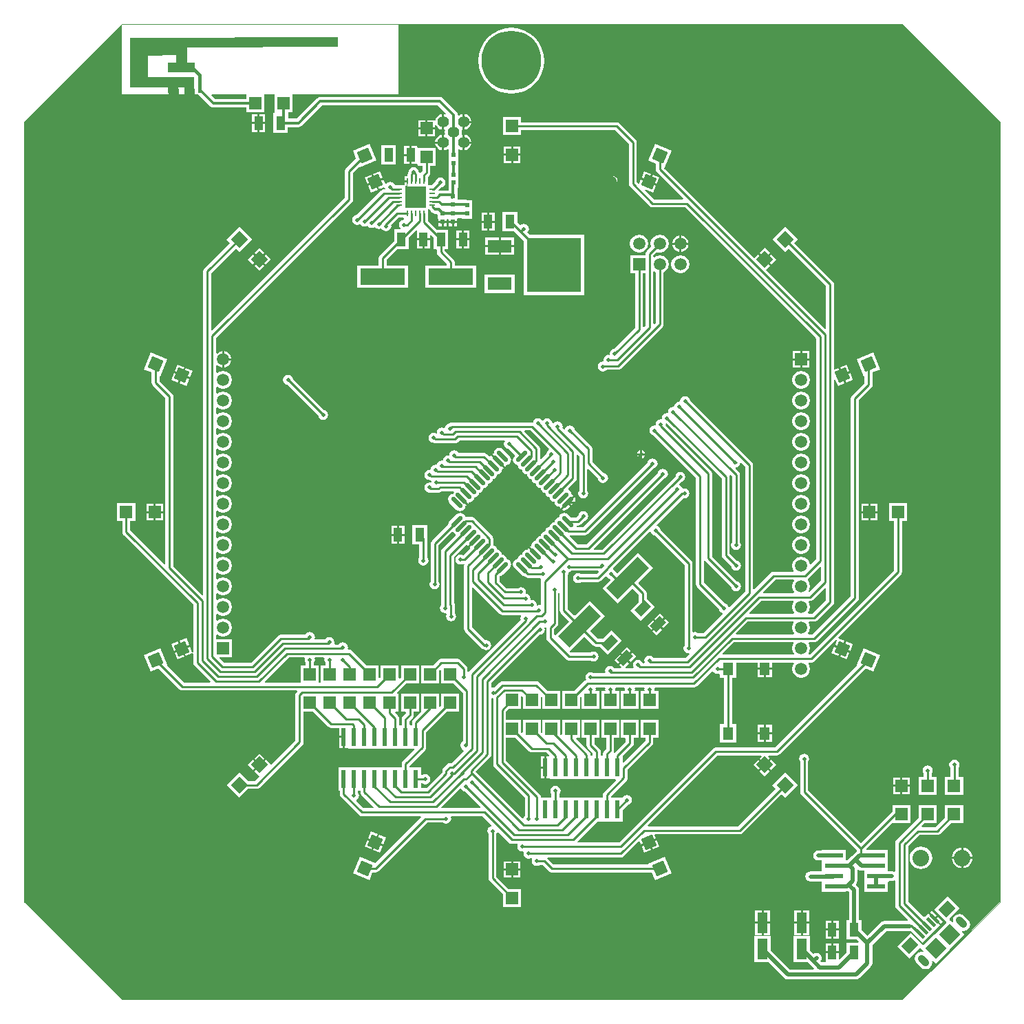
<source format=gtl>
%FSAX24Y24*%
%MOIN*%
G70*
G01*
G75*
G04 Layer_Physical_Order=1*
G04 Layer_Color=255*
G04:AMPARAMS|DCode=10|XSize=40mil|YSize=40mil|CornerRadius=20mil|HoleSize=0mil|Usage=FLASHONLY|Rotation=0.000|XOffset=0mil|YOffset=0mil|HoleType=Round|Shape=RoundedRectangle|*
%AMROUNDEDRECTD10*
21,1,0.0400,0.0000,0,0,0.0*
21,1,0.0000,0.0400,0,0,0.0*
1,1,0.0400,0.0000,0.0000*
1,1,0.0400,0.0000,0.0000*
1,1,0.0400,0.0000,0.0000*
1,1,0.0400,0.0000,0.0000*
%
%ADD10ROUNDEDRECTD10*%
%ADD11R,0.0591X0.0591*%
%ADD12R,0.0079X0.0197*%
%ADD13R,0.2165X0.0787*%
G04:AMPARAMS|DCode=14|XSize=216.5mil|YSize=78.7mil|CornerRadius=0mil|HoleSize=0mil|Usage=FLASHONLY|Rotation=225.000|XOffset=0mil|YOffset=0mil|HoleType=Round|Shape=Rectangle|*
%AMROTATEDRECTD14*
4,1,4,0.0487,0.1044,0.1044,0.0487,-0.0487,-0.1044,-0.1044,-0.0487,0.0487,0.1044,0.0*
%
%ADD14ROTATEDRECTD14*%

%ADD15R,0.2638X0.2638*%
%ADD16R,0.1181X0.0630*%
%ADD17R,0.0866X0.0236*%
%ADD18R,0.0236X0.0866*%
%ADD19R,0.0098X0.0276*%
%ADD20R,0.0276X0.0098*%
%ADD21R,0.0512X0.0610*%
%ADD22R,0.0591X0.0591*%
%ADD23R,0.0591X0.0591*%
%ADD24P,0.0835X4X67.5*%
%ADD25R,0.0512X0.0984*%
G04:AMPARAMS|DCode=26|XSize=21.7mil|YSize=68.9mil|CornerRadius=0mil|HoleSize=0mil|Usage=FLASHONLY|Rotation=45.000|XOffset=0mil|YOffset=0mil|HoleType=Round|Shape=Round|*
%AMOVALD26*
21,1,0.0472,0.0217,0.0000,0.0000,135.0*
1,1,0.0217,0.0167,-0.0167*
1,1,0.0217,-0.0167,0.0167*
%
%ADD26OVALD26*%

G04:AMPARAMS|DCode=27|XSize=21.7mil|YSize=68.9mil|CornerRadius=0mil|HoleSize=0mil|Usage=FLASHONLY|Rotation=135.000|XOffset=0mil|YOffset=0mil|HoleType=Round|Shape=Round|*
%AMOVALD27*
21,1,0.0472,0.0217,0.0000,0.0000,225.0*
1,1,0.0217,0.0167,0.0167*
1,1,0.0217,-0.0167,-0.0167*
%
%ADD27OVALD27*%

%ADD28R,0.0197X0.0236*%
G04:AMPARAMS|DCode=29|XSize=66.9mil|YSize=43.3mil|CornerRadius=0mil|HoleSize=0mil|Usage=FLASHONLY|Rotation=45.000|XOffset=0mil|YOffset=0mil|HoleType=Round|Shape=Rectangle|*
%AMROTATEDRECTD29*
4,1,4,-0.0084,-0.0390,-0.0390,-0.0084,0.0084,0.0390,0.0390,0.0084,-0.0084,-0.0390,0.0*
%
%ADD29ROTATEDRECTD29*%

%ADD30R,0.0433X0.0669*%
%ADD31P,0.0835X4X337.5*%
G04:AMPARAMS|DCode=32|XSize=15.7mil|YSize=53.2mil|CornerRadius=0mil|HoleSize=0mil|Usage=FLASHONLY|Rotation=45.000|XOffset=0mil|YOffset=0mil|HoleType=Round|Shape=Rectangle|*
%AMROTATEDRECTD32*
4,1,4,0.0132,-0.0244,-0.0244,0.0132,-0.0132,0.0244,0.0244,-0.0132,0.0132,-0.0244,0.0*
%
%ADD32ROTATEDRECTD32*%

G04:AMPARAMS|DCode=33|XSize=63mil|YSize=55.1mil|CornerRadius=0mil|HoleSize=0mil|Usage=FLASHONLY|Rotation=45.000|XOffset=0mil|YOffset=0mil|HoleType=Round|Shape=Rectangle|*
%AMROTATEDRECTD33*
4,1,4,-0.0028,-0.0418,-0.0418,-0.0028,0.0028,0.0418,0.0418,0.0028,-0.0028,-0.0418,0.0*
%
%ADD33ROTATEDRECTD33*%

%ADD34P,0.1058X4X90.0*%
%ADD35P,0.0835X4X180.0*%
%ADD36P,0.0835X4X247.5*%
%ADD37P,0.0835X4X270.0*%
%ADD38P,0.0835X4X292.5*%
%ADD39P,0.0835X4X382.5*%
%ADD40P,0.0835X4X112.5*%
%ADD41R,0.0591X0.0591*%
%ADD42P,0.0835X4X157.5*%
%ADD43P,0.0835X4X202.5*%
%ADD44C,0.0512*%
%ADD45C,0.0100*%
%ADD46C,0.0140*%
%ADD47C,0.0200*%
%ADD48C,0.0039*%
%ADD49C,0.0005*%
%ADD50C,0.0800*%
%ADD51C,0.0551*%
%ADD52C,0.0591*%
G04:AMPARAMS|DCode=53|XSize=35.4mil|YSize=63mil|CornerRadius=0mil|HoleSize=0mil|Usage=FLASHONLY|Rotation=45.000|XOffset=0mil|YOffset=0mil|HoleType=Round|Shape=Round|*
%AMOVALD53*
21,1,0.0276,0.0354,0.0000,0.0000,135.0*
1,1,0.0354,0.0097,-0.0097*
1,1,0.0354,-0.0097,0.0097*
%
%ADD53OVALD53*%

%ADD54C,0.2894*%
%ADD55C,0.0200*%
G36*
X081990Y086801D02*
Y049006D01*
X077265Y044282D01*
X039470D01*
X034746Y049006D01*
Y086801D01*
X039424Y091480D01*
X039470Y091461D01*
Y088140D01*
X041933D01*
Y088203D01*
X041714Y088203D01*
X041714Y088203D01*
X041714Y088203D01*
X041712Y088204D01*
X041711Y088206D01*
X041711Y088459D01*
X039870Y088455D01*
X039870Y088455D01*
X039870Y088455D01*
X039868Y088456D01*
X039867Y088458D01*
X039867Y088963D01*
X039867Y090007D01*
X039867Y090399D01*
X039867Y090872D01*
X039867D01*
X039868Y090874D01*
X039870Y090875D01*
X049939Y090898D01*
Y090899D01*
X049939Y090899D01*
X049941Y090898D01*
X049941Y090896D01*
X049941Y090422D01*
X049941Y090422D01*
X049941Y090420D01*
X049939Y090419D01*
X042620Y090403D01*
X042620Y090014D01*
X042620Y089666D01*
X043011Y089667D01*
X043011Y089667D01*
X043011Y089667D01*
X043013Y089666D01*
X043014Y089664D01*
X043014Y089409D01*
X043333Y089092D01*
X043334Y089092D01*
X043334Y089092D01*
X043333Y089092D01*
X043334Y089092D01*
X043334Y089092D01*
X043334Y089092D01*
X043334Y089090D01*
X043334Y088209D01*
X043334D01*
X043334Y088207D01*
X043332Y088207D01*
X043151Y088206D01*
Y088206D01*
X043151Y088206D01*
X043148Y088207D01*
X043148Y088209D01*
X043148Y089014D01*
X042972Y089188D01*
X041714Y089185D01*
Y089185D01*
X041714Y089185D01*
X041712Y089186D01*
X041711Y089188D01*
X041711Y089661D01*
X041711Y089661D01*
X041712Y089663D01*
X041714Y089664D01*
X042105Y089665D01*
X042105Y090010D01*
X040731Y090007D01*
X040731Y088967D01*
X042973Y088972D01*
X042973Y088973D01*
X042973Y088973D01*
X042975Y088972D01*
X042976Y088970D01*
X042976Y088428D01*
X042976Y088209D01*
X042976Y088209D01*
X042975Y088207D01*
X042973Y088206D01*
X042722Y088205D01*
Y088140D01*
X043062D01*
Y088124D01*
X043177D01*
X043762Y087539D01*
X043831Y087492D01*
X043913Y087476D01*
X045496D01*
Y087255D01*
X046366D01*
Y088125D01*
X046410Y088140D01*
X046830D01*
X046874Y088125D01*
X046874Y088090D01*
Y087255D01*
X046850Y087215D01*
X046795D01*
Y086265D01*
X047508D01*
Y086526D01*
X048020D01*
X048102Y086542D01*
X048171Y086589D01*
X049159Y087576D01*
X054781D01*
X055161Y087196D01*
X055137Y087150D01*
X055070Y087163D01*
Y086790D01*
Y086417D01*
X055080Y086419D01*
X055115Y086384D01*
X055096Y086290D01*
X055115Y086196D01*
X055080Y086161D01*
X055070Y086163D01*
Y085790D01*
Y085417D01*
X055167Y085436D01*
X055221Y085473D01*
X055280Y085452D01*
X055282Y085445D01*
X055282Y085445D01*
X055282Y085445D01*
Y084929D01*
Y084535D01*
X055282D01*
Y084495D01*
X055282D01*
Y083979D01*
Y083585D01*
X055291D01*
Y083464D01*
X054855D01*
X054835Y083460D01*
X054810Y083506D01*
X054925Y083621D01*
X054982Y083632D01*
X055062Y083685D01*
X055115Y083765D01*
X055133Y083858D01*
X055115Y083952D01*
X055062Y084031D01*
X054982Y084084D01*
X054889Y084103D01*
X054795Y084084D01*
X054716Y084031D01*
X054663Y083952D01*
X054651Y083895D01*
X054480Y083723D01*
X054464Y083720D01*
X054282D01*
Y083902D01*
X054287Y083925D01*
Y084133D01*
X054357Y084203D01*
X054399Y084266D01*
X054414Y084340D01*
Y084666D01*
X054655D01*
Y085536D01*
X053818D01*
X053785Y085536D01*
X053768Y085579D01*
X053768Y085579D01*
Y085625D01*
X053502D01*
Y085190D01*
Y084755D01*
X053735D01*
X053768Y084755D01*
X053785Y084712D01*
Y084666D01*
X054026D01*
Y084420D01*
X053956Y084350D01*
X053931Y084313D01*
X053878Y084322D01*
X053836Y084385D01*
X053826Y084395D01*
X053815Y084452D01*
X053762Y084531D01*
X053682Y084584D01*
X053589Y084603D01*
X053495Y084584D01*
X053416Y084531D01*
X053363Y084452D01*
X053349Y084385D01*
X053332Y084359D01*
X053323Y084346D01*
Y084346D01*
X053323Y084346D01*
X053315Y084301D01*
X053309Y084272D01*
Y084162D01*
X053156D01*
Y083975D01*
X053306D01*
Y083925D01*
X053309D01*
Y083925D01*
X053313Y083902D01*
Y083687D01*
X053313D01*
Y083647D01*
X053510D01*
Y083647D01*
X053888D01*
Y083647D01*
X053888D01*
Y083902D01*
X053893Y083925D01*
Y083925D01*
X053899D01*
Y083925D01*
X053904Y083902D01*
Y083647D01*
X053904D01*
Y083647D01*
X054209D01*
Y083342D01*
X054209D01*
X054209Y083326D01*
X054209D01*
Y082948D01*
Y082751D01*
Y082628D01*
X053904D01*
Y082628D01*
X053707D01*
Y082628D01*
X053707D01*
Y082373D01*
X053702Y082350D01*
X053696D01*
X053692Y082373D01*
Y082628D01*
X053692D01*
Y082628D01*
X053190D01*
Y082751D01*
X053190D01*
Y083095D01*
X053190Y083129D01*
X053190Y083130D01*
X053190Y083130D01*
X053190Y083131D01*
Y083143D01*
X053190Y083145D01*
D01*
X053190Y083159D01*
X053190Y083179D01*
Y083179D01*
Y083179D01*
X053190D01*
Y083523D01*
X053190D01*
Y083687D01*
X053256D01*
Y083875D01*
X053156D01*
Y083720D01*
X052934D01*
X052912Y083725D01*
X052698D01*
X052696Y083734D01*
X052643Y083813D01*
X052564Y083866D01*
X052470Y083885D01*
X052376Y083866D01*
X052297Y083813D01*
X052272Y083776D01*
X052216Y083781D01*
X052130Y083988D01*
X051811Y083856D01*
X051943Y083537D01*
X052166Y083630D01*
X052213Y083605D01*
X052220Y083570D01*
X052187Y083528D01*
X052164D01*
X052090Y083513D01*
X052027Y083471D01*
X050833Y082277D01*
X050776Y082266D01*
X050697Y082213D01*
X050644Y082134D01*
X050625Y082040D01*
X050644Y081946D01*
X050697Y081867D01*
X050776Y081814D01*
X050870Y081795D01*
X050964Y081814D01*
X051009Y081844D01*
X051047Y081787D01*
X051126Y081734D01*
X051220Y081715D01*
X051314Y081734D01*
X051339Y081750D01*
X051388Y081741D01*
X051397Y081727D01*
X051476Y081674D01*
X051570Y081655D01*
X051664Y081674D01*
X051689Y081690D01*
X051738Y081680D01*
X051747Y081666D01*
X051826Y081613D01*
X051920Y081595D01*
X052014Y081613D01*
X052020Y081618D01*
X052069Y081608D01*
X052097Y081567D01*
X052176Y081514D01*
X052270Y081495D01*
X052364Y081514D01*
X052443Y081567D01*
X052496Y081646D01*
X052515Y081740D01*
X052507Y081779D01*
X052884Y082156D01*
X053081D01*
X053116Y082121D01*
Y082096D01*
X053116Y082072D01*
X053079Y082041D01*
X053045Y082034D01*
X052966Y081981D01*
X052913Y081902D01*
X052894Y081808D01*
X052913Y081715D01*
X052966Y081635D01*
X052972Y081631D01*
X052958Y081583D01*
X052651D01*
Y081026D01*
X051958Y080333D01*
X051916Y080270D01*
X051901Y080196D01*
Y079833D01*
X050872D01*
Y078765D01*
X053318D01*
Y079833D01*
X052289D01*
Y080116D01*
X052807Y080634D01*
X053364D01*
Y081191D01*
X053704Y081531D01*
X053754Y081510D01*
Y081158D01*
X054387D01*
Y081294D01*
X054433Y081313D01*
X054562Y081183D01*
Y080626D01*
X054690D01*
X054725Y080591D01*
Y080478D01*
X054740Y080404D01*
X054782Y080341D01*
X055199Y079924D01*
Y079868D01*
X055163Y079833D01*
X054170D01*
Y078765D01*
X056615D01*
Y079833D01*
X055586D01*
Y080005D01*
X055571Y080079D01*
X055529Y080141D01*
X055112Y080558D01*
Y080626D01*
X055275D01*
Y081575D01*
X054718D01*
X054287Y082007D01*
Y082350D01*
X054282Y082372D01*
Y082554D01*
X054359D01*
X054438Y082475D01*
X054439Y082468D01*
X054486Y082398D01*
X054555Y082352D01*
X054637Y082336D01*
X054726Y082336D01*
X054767Y082295D01*
Y082089D01*
X054807D01*
Y082003D01*
X055204D01*
Y082064D01*
X055254Y082089D01*
X055267Y082089D01*
X055307Y082064D01*
Y082003D01*
X055704D01*
Y082089D01*
X055744D01*
Y082139D01*
X055932D01*
X055967Y082104D01*
Y082095D01*
X056444D01*
Y082611D01*
X056444D01*
Y083005D01*
X056211D01*
X056149Y083017D01*
X055744Y083017D01*
Y083061D01*
Y083455D01*
X055720D01*
Y083585D01*
X055758D01*
Y083979D01*
Y084495D01*
X055758D01*
Y084535D01*
X055758D01*
Y084929D01*
Y085445D01*
X055758Y085445D01*
X055758D01*
X055760Y085452D01*
X055819Y085473D01*
X055873Y085436D01*
X055970Y085417D01*
Y085790D01*
Y086163D01*
X055960Y086161D01*
X055925Y086196D01*
X055944Y086290D01*
X055925Y086384D01*
X055960Y086419D01*
X055970Y086417D01*
Y086790D01*
Y087163D01*
X055873Y087144D01*
X055784Y087084D01*
X055734Y087111D01*
Y087140D01*
X055718Y087222D01*
X055671Y087291D01*
X055021Y087941D01*
X054952Y087988D01*
X054870Y088004D01*
X049070D01*
X048988Y087988D01*
X048919Y087941D01*
X047931Y086954D01*
X047523D01*
Y087255D01*
X047744D01*
Y088090D01*
X047744Y088125D01*
X047788Y088140D01*
D01*
X052856D01*
Y091526D01*
X077265D01*
X081990Y086801D01*
D02*
G37*
G36*
X045496Y088125D02*
Y087904D01*
X044002D01*
X043812Y088094D01*
X043831Y088140D01*
X045452D01*
X045496Y088125D01*
D02*
G37*
G36*
X043334Y089092D02*
D01*
X043334Y089092D01*
X043334Y089092D01*
X043334Y089092D01*
X043334Y089092D01*
X043334Y089092D01*
D02*
G37*
G36*
X043334Y089092D02*
X043334Y089092D01*
D01*
X043334Y089092D01*
D01*
D01*
D02*
G37*
%LPC*%
G36*
X042179Y061611D02*
X041860Y061479D01*
X041992Y061160D01*
X042311Y061292D01*
X042179Y061611D01*
D02*
G37*
G36*
X074561D02*
X074429Y061292D01*
X074748Y061160D01*
X074880Y061479D01*
X074561Y061611D01*
D02*
G37*
G36*
X073979Y061370D02*
X073847Y061051D01*
X074166Y060919D01*
X074298Y061238D01*
X073979Y061370D01*
D02*
G37*
G36*
X074390Y061200D02*
X074258Y060881D01*
X074577Y060749D01*
X074709Y061068D01*
X074390Y061200D01*
D02*
G37*
G36*
X063929Y061345D02*
X063657Y061073D01*
X063846Y060885D01*
X064118Y061157D01*
X063929Y061345D01*
D02*
G37*
G36*
X065789Y062736D02*
X065517Y062464D01*
X065705Y062276D01*
X065977Y062548D01*
X065789Y062736D01*
D02*
G37*
G36*
X065529Y062995D02*
X065257Y062723D01*
X065446Y062535D01*
X065718Y062807D01*
X065529Y062995D01*
D02*
G37*
G36*
X065187Y062653D02*
X064915Y062381D01*
X065103Y062192D01*
X065375Y062464D01*
X065187Y062653D01*
D02*
G37*
G36*
X042591Y061782D02*
X042272Y061650D01*
X042404Y061331D01*
X042723Y061463D01*
X042591Y061782D01*
D02*
G37*
G36*
X065446Y062393D02*
X065174Y062121D01*
X065362Y061933D01*
X065634Y062205D01*
X065446Y062393D01*
D02*
G37*
G36*
X042350Y061200D02*
X042031Y061068D01*
X042163Y060749D01*
X042482Y060881D01*
X042350Y061200D01*
D02*
G37*
G36*
X070962Y057125D02*
X070656D01*
Y056770D01*
X070962D01*
Y057125D01*
D02*
G37*
G36*
X070556Y057580D02*
X070250D01*
Y057225D01*
X070556D01*
Y057580D01*
D02*
G37*
G36*
Y057125D02*
X070250D01*
Y056770D01*
X070556D01*
Y057125D01*
D02*
G37*
G36*
X046129Y056208D02*
X045885Y055964D01*
X046129Y055720D01*
X046373Y055964D01*
X046129Y056208D01*
D02*
G37*
G36*
X050160Y056950D02*
X049992D01*
Y056467D01*
X050160D01*
Y056950D01*
D02*
G37*
G36*
X063587Y061003D02*
X063315Y060731D01*
X063503Y060542D01*
X063775Y060814D01*
X063587Y061003D01*
D02*
G37*
G36*
X064189Y061086D02*
X063917Y060814D01*
X064105Y060626D01*
X064377Y060898D01*
X064189Y061086D01*
D02*
G37*
G36*
X070962Y060255D02*
X070656D01*
Y059900D01*
X070962D01*
Y060255D01*
D02*
G37*
G36*
Y057580D02*
X070656D01*
Y057225D01*
X070962D01*
Y057580D01*
D02*
G37*
G36*
X070556Y060255D02*
X070250D01*
Y059900D01*
X070556D01*
Y060255D01*
D02*
G37*
G36*
X054258Y067265D02*
X053545D01*
Y066315D01*
X053876D01*
Y065682D01*
X053844Y065634D01*
X053825Y065540D01*
X053844Y065446D01*
X053897Y065367D01*
X053976Y065314D01*
X054070Y065295D01*
X054164Y065314D01*
X054243Y065367D01*
X054296Y065446D01*
X054315Y065540D01*
X054296Y065634D01*
X054264Y065682D01*
Y066621D01*
X054258Y066650D01*
Y067265D01*
D02*
G37*
G36*
X076076Y068285D02*
X075731D01*
Y067940D01*
X076076D01*
Y068285D01*
D02*
G37*
G36*
X061056Y068279D02*
X060782Y068004D01*
X060808Y067986D01*
X060889Y067970D01*
X060971Y067986D01*
X061040Y068032D01*
X061171Y068164D01*
X061056Y068279D01*
D02*
G37*
G36*
X075631Y068285D02*
X075286D01*
Y067940D01*
X075631D01*
Y068285D01*
D02*
G37*
G36*
X041009D02*
X040664D01*
Y067940D01*
X041009D01*
Y068285D01*
D02*
G37*
G36*
X041454D02*
X041109D01*
Y067940D01*
X041454D01*
Y068285D01*
D02*
G37*
G36*
X057744Y070997D02*
X057647Y070977D01*
X057565Y070922D01*
X057510Y070840D01*
X057491Y070743D01*
X057478Y070725D01*
X057440Y070717D01*
X057413Y070699D01*
X057723Y070389D01*
X058033Y070079D01*
X058051Y070105D01*
X058059Y070144D01*
X058078Y070156D01*
X058175Y070176D01*
X058257Y070230D01*
X058312Y070313D01*
X058331Y070409D01*
X058312Y070506D01*
X058257Y070588D01*
X057923Y070922D01*
X057840Y070977D01*
X057744Y070997D01*
D02*
G37*
G36*
X064570Y070640D02*
X064426D01*
X064432Y070612D01*
X064476Y070546D01*
X064542Y070502D01*
X064570Y070496D01*
Y070640D01*
D02*
G37*
G36*
X072370Y070734D02*
X072200Y070700D01*
X072056Y070604D01*
X071960Y070460D01*
X071926Y070290D01*
X071960Y070120D01*
X072056Y069976D01*
X072200Y069880D01*
X072370Y069846D01*
X072540Y069880D01*
X072684Y069976D01*
X072780Y070120D01*
X072814Y070290D01*
X072780Y070460D01*
X072684Y070604D01*
X072540Y070700D01*
X072370Y070734D01*
D02*
G37*
G36*
X061402Y068624D02*
X061127Y068349D01*
X061242Y068235D01*
X061374Y068366D01*
X061420Y068435D01*
X061436Y068516D01*
X061420Y068598D01*
X061402Y068624D01*
D02*
G37*
G36*
X072370Y069734D02*
X072200Y069700D01*
X072056Y069604D01*
X071960Y069460D01*
X071926Y069290D01*
X071960Y069120D01*
X072056Y068976D01*
X072200Y068880D01*
X072370Y068846D01*
X072540Y068880D01*
X072684Y068976D01*
X072780Y069120D01*
X072814Y069290D01*
X072780Y069460D01*
X072684Y069604D01*
X072540Y069700D01*
X072370Y069734D01*
D02*
G37*
G36*
Y068734D02*
X072200Y068700D01*
X072056Y068604D01*
X071960Y068460D01*
X071926Y068290D01*
X071960Y068120D01*
X072056Y067976D01*
X072200Y067880D01*
X072370Y067846D01*
X072540Y067880D01*
X072684Y067976D01*
X072780Y068120D01*
X072814Y068290D01*
X072780Y068460D01*
X072684Y068604D01*
X072540Y068700D01*
X072370Y068734D01*
D02*
G37*
G36*
X052789Y067225D02*
X052522D01*
Y066840D01*
X052789D01*
Y067225D01*
D02*
G37*
G36*
X053155D02*
X052888D01*
Y066840D01*
X053155D01*
Y067225D01*
D02*
G37*
G36*
Y066740D02*
X052888D01*
Y066355D01*
X053155D01*
Y066740D01*
D02*
G37*
G36*
X072370Y066734D02*
X072200Y066700D01*
X072056Y066604D01*
X071960Y066460D01*
X071926Y066290D01*
X071960Y066120D01*
X072056Y065976D01*
X072200Y065880D01*
X072370Y065846D01*
X072540Y065880D01*
X072684Y065976D01*
X072780Y066120D01*
X072814Y066290D01*
X072780Y066460D01*
X072684Y066604D01*
X072540Y066700D01*
X072370Y066734D01*
D02*
G37*
G36*
X052789Y066740D02*
X052522D01*
Y066355D01*
X052789D01*
Y066740D01*
D02*
G37*
G36*
X075631Y067840D02*
X075286D01*
Y067495D01*
X075631D01*
Y067840D01*
D02*
G37*
G36*
X076076D02*
X075731D01*
Y067495D01*
X076076D01*
Y067840D01*
D02*
G37*
G36*
X041454D02*
X041109D01*
Y067495D01*
X041454D01*
Y067840D01*
D02*
G37*
G36*
X072370Y067734D02*
X072200Y067700D01*
X072056Y067604D01*
X071960Y067460D01*
X071926Y067290D01*
X071960Y067120D01*
X072056Y066976D01*
X072200Y066880D01*
X072370Y066846D01*
X072540Y066880D01*
X072684Y066976D01*
X072780Y067120D01*
X072814Y067290D01*
X072780Y067460D01*
X072684Y067604D01*
X072540Y067700D01*
X072370Y067734D01*
D02*
G37*
G36*
X041009Y067840D02*
X040664D01*
Y067495D01*
X041009D01*
Y067840D01*
D02*
G37*
G36*
X070450Y048584D02*
X070144D01*
Y048042D01*
X070450D01*
Y048584D01*
D02*
G37*
G36*
X070856D02*
X070550D01*
Y048042D01*
X070856D01*
Y048584D01*
D02*
G37*
G36*
X072756Y048584D02*
X072450D01*
Y048042D01*
X072756D01*
Y048584D01*
D02*
G37*
G36*
X079001Y048285D02*
X078910Y048194D01*
X079133Y047971D01*
X079224Y048062D01*
X079001Y048285D01*
D02*
G37*
G36*
X072350Y048584D02*
X072044D01*
Y048042D01*
X072350D01*
Y048584D01*
D02*
G37*
G36*
X078170Y051685D02*
X078029Y051666D01*
X077898Y051612D01*
X077785Y051525D01*
X077698Y051412D01*
X077644Y051281D01*
X077625Y051140D01*
X077644Y050999D01*
X077698Y050868D01*
X077785Y050755D01*
X077898Y050668D01*
X078029Y050614D01*
X078170Y050595D01*
X078311Y050614D01*
X078442Y050668D01*
X078555Y050755D01*
X078642Y050868D01*
X078696Y050999D01*
X078715Y051140D01*
X078696Y051281D01*
X078642Y051412D01*
X078555Y051525D01*
X078442Y051612D01*
X078311Y051666D01*
X078170Y051685D01*
D02*
G37*
G36*
X058320Y050974D02*
X057975D01*
Y050629D01*
X058320D01*
Y050974D01*
D02*
G37*
G36*
X058765Y050529D02*
X058420D01*
Y050184D01*
X058765D01*
Y050529D01*
D02*
G37*
G36*
X078707Y048579D02*
X078616Y048488D01*
X078839Y048265D01*
X078930Y048356D01*
X078707Y048579D01*
D02*
G37*
G36*
X058320Y050529D02*
X057975D01*
Y050184D01*
X058320D01*
Y050529D01*
D02*
G37*
G36*
X074185Y048095D02*
X073918D01*
Y047710D01*
X074185D01*
Y048095D01*
D02*
G37*
G36*
Y047610D02*
X073918D01*
Y047225D01*
X074185D01*
Y047610D01*
D02*
G37*
G36*
X072350Y047942D02*
X072044D01*
Y047400D01*
X072350D01*
Y047942D01*
D02*
G37*
G36*
X073818Y047610D02*
X073552D01*
Y047225D01*
X073818D01*
Y047610D01*
D02*
G37*
G36*
X073818Y046995D02*
X073552D01*
Y046610D01*
X073818D01*
Y046995D01*
D02*
G37*
G36*
X074185D02*
X073918D01*
Y046610D01*
X074185D01*
Y046995D01*
D02*
G37*
G36*
X079457Y049278D02*
X078813Y048635D01*
X079357Y048091D01*
X079390Y048058D01*
X079390D01*
X079401Y048013D01*
X079401Y047998D01*
X079401Y047997D01*
X078827Y047424D01*
X078313Y046909D01*
X078297Y046909D01*
X078252Y046920D01*
X078219Y046953D01*
X077675Y047497D01*
X077032Y046853D01*
X077619Y046266D01*
X078109Y046756D01*
X078125Y046756D01*
X078170Y046745D01*
X078170Y046745D01*
X078203Y046712D01*
X078289Y046626D01*
X078264Y046580D01*
X078204Y046592D01*
X078080Y046568D01*
X077975Y046497D01*
X077905Y046392D01*
X077881Y046269D01*
X077905Y046145D01*
X077975Y046040D01*
X078170Y045845D01*
X078275Y045775D01*
X078399Y045750D01*
X078523Y045775D01*
X078627Y045845D01*
X078698Y045950D01*
X078722Y046074D01*
X078710Y046134D01*
X078756Y046159D01*
X078886Y046029D01*
X079554Y046697D01*
X080281Y047424D01*
X080151Y047554D01*
X080176Y047600D01*
X080236Y047588D01*
X080360Y047612D01*
X080465Y047683D01*
X080535Y047787D01*
X080560Y047911D01*
X080535Y048035D01*
X080465Y048140D01*
X080270Y048335D01*
X080165Y048405D01*
X080041Y048429D01*
X079917Y048405D01*
X079813Y048335D01*
X079742Y048230D01*
X079718Y048106D01*
X079730Y048046D01*
X079684Y048021D01*
X079598Y048107D01*
X079565Y048140D01*
X079565D01*
X079554Y048185D01*
X079554Y048201D01*
X079554Y048201D01*
X080044Y048691D01*
X079457Y049278D01*
D02*
G37*
G36*
X073818Y048095D02*
X073552D01*
Y047710D01*
X073818D01*
Y048095D01*
D02*
G37*
G36*
X070856Y047942D02*
X070550D01*
Y047400D01*
X070856D01*
Y047942D01*
D02*
G37*
G36*
X072756Y047942D02*
X072450D01*
Y047400D01*
X072756D01*
Y047942D01*
D02*
G37*
G36*
X070450Y047942D02*
X070144D01*
Y047400D01*
X070450D01*
Y047942D01*
D02*
G37*
G36*
X058765Y050974D02*
X058420D01*
Y050629D01*
X058765D01*
Y050974D01*
D02*
G37*
G36*
X077615Y054579D02*
X077270D01*
Y054234D01*
X077615D01*
Y054579D01*
D02*
G37*
G36*
X077170Y055024D02*
X076825D01*
Y054679D01*
X077170D01*
Y055024D01*
D02*
G37*
G36*
Y054579D02*
X076825D01*
Y054234D01*
X077170D01*
Y054579D01*
D02*
G37*
G36*
X078500Y055615D02*
X078406Y055596D01*
X078327Y055543D01*
X078274Y055464D01*
X078255Y055370D01*
X078274Y055276D01*
X078306Y055228D01*
Y055064D01*
X078065D01*
Y054194D01*
X078935D01*
Y055064D01*
X078694D01*
Y055228D01*
X078726Y055276D01*
X078745Y055370D01*
X078726Y055464D01*
X078673Y055543D01*
X078594Y055596D01*
X078500Y055615D01*
D02*
G37*
G36*
X079790Y055905D02*
X079696Y055886D01*
X079617Y055833D01*
X079564Y055754D01*
X079545Y055660D01*
X079564Y055566D01*
X079596Y055518D01*
Y055064D01*
X079345D01*
Y054194D01*
X080215D01*
Y055064D01*
X079984D01*
Y055518D01*
X080016Y055566D01*
X080035Y055660D01*
X080016Y055754D01*
X079963Y055833D01*
X079884Y055886D01*
X079790Y055905D01*
D02*
G37*
G36*
X070926Y055893D02*
X070681Y055649D01*
X070926Y055405D01*
X071170Y055649D01*
X070926Y055893D01*
D02*
G37*
G36*
X045814Y055893D02*
X045570Y055649D01*
X045814Y055405D01*
X046059Y055649D01*
X045814Y055893D01*
D02*
G37*
G36*
X070296Y055893D02*
X070052Y055649D01*
X070296Y055405D01*
X070540Y055649D01*
X070296Y055893D01*
D02*
G37*
G36*
X077615Y055024D02*
X077270D01*
Y054679D01*
X077615D01*
Y055024D01*
D02*
G37*
G36*
X070611Y055579D02*
X070367Y055334D01*
X070611Y055090D01*
X070855Y055334D01*
X070611Y055579D01*
D02*
G37*
G36*
X051531Y052413D02*
X051399Y052094D01*
X051718Y051962D01*
X051850Y052281D01*
X051531Y052413D01*
D02*
G37*
G36*
X080120Y051638D02*
X080039Y051627D01*
X079918Y051577D01*
X079813Y051497D01*
X079733Y051392D01*
X079683Y051271D01*
X079672Y051190D01*
X080120D01*
Y051638D01*
D02*
G37*
G36*
X080220D02*
Y051190D01*
X080668D01*
X080657Y051271D01*
X080607Y051392D01*
X080527Y051497D01*
X080422Y051577D01*
X080301Y051627D01*
X080220Y051638D01*
D02*
G37*
G36*
X072520Y056185D02*
X072426Y056166D01*
X072347Y056113D01*
X072294Y056034D01*
X072275Y055940D01*
X072294Y055846D01*
X072326Y055798D01*
Y054340D01*
X072341Y054266D01*
X072383Y054203D01*
X075074Y051513D01*
X075071Y051462D01*
X075027Y051433D01*
X074827Y051233D01*
X074827Y051233D01*
X074612Y051018D01*
X074555Y051019D01*
X074523Y051055D01*
Y051518D01*
X073377D01*
Y051518D01*
X073364Y051505D01*
X073200D01*
X073106Y051486D01*
X073027Y051433D01*
X072974Y051354D01*
X072955Y051260D01*
X072974Y051166D01*
X073027Y051087D01*
X073106Y051034D01*
X073200Y051015D01*
X073377D01*
Y051002D01*
Y050502D01*
Y050485D01*
X072820D01*
X072726Y050466D01*
X072647Y050413D01*
X072594Y050334D01*
X072575Y050240D01*
X072594Y050146D01*
X072647Y050067D01*
X072726Y050014D01*
X072820Y049995D01*
X073377D01*
Y049502D01*
X074523D01*
Y049515D01*
X074600D01*
X074649Y049525D01*
X074687Y049487D01*
Y048135D01*
X074575D01*
Y047185D01*
X075060D01*
X075165Y047081D01*
X075145Y047035D01*
X074950D01*
X074932Y047038D01*
X074872Y047038D01*
X074853Y047035D01*
X074575D01*
Y046550D01*
X074231Y046206D01*
X074185Y046225D01*
Y046510D01*
X073552D01*
Y046125D01*
X073552Y046125D01*
X073552D01*
X073552Y046125D01*
X073529Y046085D01*
X073374D01*
X073311Y046147D01*
X073346Y046199D01*
X073349Y046214D01*
X073365Y046292D01*
X073349Y046370D01*
X073346Y046386D01*
X073293Y046465D01*
X073214Y046518D01*
X073198Y046522D01*
X073120Y046537D01*
X073042Y046522D01*
X073026Y046518D01*
X072975Y046484D01*
X072796Y046663D01*
Y047344D01*
X072004D01*
Y046080D01*
X072686D01*
X072797Y045969D01*
X072797Y045969D01*
X072985Y045781D01*
X072966Y045735D01*
X071824D01*
X070896Y046663D01*
Y047344D01*
X070104D01*
Y046080D01*
X070786D01*
X071549Y045317D01*
X071629Y045264D01*
X071644Y045261D01*
X071722Y045245D01*
X075020D01*
X075098Y045261D01*
X075114Y045264D01*
X075193Y045317D01*
X075743Y045867D01*
X075778Y045920D01*
X075796Y045946D01*
X075815Y046040D01*
Y046920D01*
X076490Y047595D01*
X077620D01*
X077627Y047597D01*
X077674Y047603D01*
X078248Y047029D01*
X078429Y047210D01*
X078429Y047210D01*
X078738Y047519D01*
X078736Y047522D01*
X078788Y047574D01*
X078791Y047572D01*
X079100Y047881D01*
X079072Y047909D01*
X079072Y047909D01*
X078813Y048168D01*
X078555Y048427D01*
X078555Y048427D01*
X078526Y048455D01*
X078345Y048274D01*
X078343Y048276D01*
X078325Y048259D01*
X077564Y049020D01*
Y051701D01*
X078109Y052246D01*
X078969D01*
X079043Y052261D01*
X079106Y052303D01*
X079619Y052816D01*
X080215D01*
Y053686D01*
X079345D01*
Y053090D01*
X078889Y052634D01*
X078222D01*
X078203Y052680D01*
X078339Y052816D01*
X078935D01*
Y053686D01*
X078065D01*
Y053090D01*
X076983Y052008D01*
X076941Y051945D01*
X076926Y051871D01*
Y050491D01*
X076876Y050464D01*
X076844Y050486D01*
X076750Y050505D01*
X076570D01*
Y051002D01*
Y051518D01*
X075537D01*
X075518Y051564D01*
X076745Y052791D01*
X076785Y052816D01*
Y052816D01*
X076785Y052816D01*
X077655D01*
Y053686D01*
X076785D01*
Y053379D01*
X075270Y051864D01*
X072714Y054420D01*
Y055798D01*
X072746Y055846D01*
X072765Y055940D01*
X072746Y056034D01*
X072693Y056113D01*
X072614Y056166D01*
X072520Y056185D01*
D02*
G37*
G36*
X080120Y051090D02*
X079672D01*
X079683Y051009D01*
X079733Y050888D01*
X079813Y050783D01*
X079918Y050703D01*
X080039Y050653D01*
X080120Y050642D01*
Y051090D01*
D02*
G37*
G36*
X080668D02*
X080220D01*
Y050642D01*
X080301Y050653D01*
X080422Y050703D01*
X080527Y050783D01*
X080607Y050888D01*
X080657Y051009D01*
X080668Y051090D01*
D02*
G37*
G36*
X051361Y052002D02*
X051229Y051683D01*
X051548Y051551D01*
X051680Y051870D01*
X051361Y052002D01*
D02*
G37*
G36*
X051943Y052243D02*
X051811Y051924D01*
X052130Y051792D01*
X052262Y052111D01*
X051943Y052243D01*
D02*
G37*
G36*
X065379Y052002D02*
X065060Y051870D01*
X065192Y051551D01*
X065511Y051683D01*
X065379Y052002D01*
D02*
G37*
G36*
X064968Y051831D02*
X064649Y051699D01*
X064781Y051380D01*
X065100Y051512D01*
X064968Y051831D01*
D02*
G37*
G36*
X051772Y051831D02*
X051640Y051512D01*
X051959Y051380D01*
X052091Y051699D01*
X051772Y051831D01*
D02*
G37*
G36*
X064814Y070640D02*
X064670D01*
Y070496D01*
X064698Y070502D01*
X064764Y070546D01*
X064808Y070612D01*
X064814Y070640D01*
D02*
G37*
G36*
X055204Y081903D02*
X055055D01*
Y081735D01*
X055204D01*
Y081903D01*
D02*
G37*
G36*
X057157Y082393D02*
X056891D01*
Y082008D01*
X057157D01*
Y082393D01*
D02*
G37*
G36*
X057524D02*
X057257D01*
Y082008D01*
X057524D01*
Y082393D01*
D02*
G37*
G36*
X055456Y081903D02*
X055307D01*
Y081735D01*
X055456D01*
Y081903D01*
D02*
G37*
G36*
X055704D02*
X055556D01*
Y081735D01*
X055704D01*
Y081903D01*
D02*
G37*
G36*
X054956Y081903D02*
X054807D01*
Y081735D01*
X054956D01*
Y081903D01*
D02*
G37*
G36*
X063299Y084147D02*
X062632D01*
X062570Y084135D01*
X062517Y084099D01*
X062482Y084046D01*
X062469Y083984D01*
X062482Y083922D01*
X062517Y083869D01*
X062570Y083834D01*
X062632Y083821D01*
X063299D01*
X063361Y083834D01*
X063414Y083869D01*
X063449Y083922D01*
X063462Y083984D01*
X063449Y084046D01*
X063414Y084099D01*
X063361Y084135D01*
X063299Y084147D01*
D02*
G37*
G36*
X051959Y084400D02*
X051640Y084268D01*
X051772Y083949D01*
X052091Y084081D01*
X051959Y084400D01*
D02*
G37*
G36*
X064781D02*
X064649Y084081D01*
X064968Y083949D01*
X065100Y084268D01*
X064781Y084400D01*
D02*
G37*
G36*
X051718Y083818D02*
X051399Y083686D01*
X051531Y083367D01*
X051850Y083499D01*
X051718Y083818D01*
D02*
G37*
G36*
X051548Y084229D02*
X051229Y084097D01*
X051361Y083778D01*
X051680Y083910D01*
X051548Y084229D01*
D02*
G37*
G36*
X065192D02*
X065060Y083910D01*
X065379Y083778D01*
X065511Y084097D01*
X065192Y084229D01*
D02*
G37*
G36*
X054387Y081058D02*
X054120D01*
Y080674D01*
X054387D01*
Y081058D01*
D02*
G37*
G36*
X057721Y081179D02*
X057080D01*
Y080814D01*
X057721D01*
Y081179D01*
D02*
G37*
G36*
X058461D02*
X057821D01*
Y080814D01*
X058461D01*
Y081179D01*
D02*
G37*
G36*
X055932Y081051D02*
X055665D01*
Y080666D01*
X055932D01*
Y081051D01*
D02*
G37*
G36*
X056298D02*
X056032D01*
Y080666D01*
X056298D01*
Y081051D01*
D02*
G37*
G36*
X054020Y081058D02*
X053754D01*
Y080674D01*
X054020D01*
Y081058D01*
D02*
G37*
G36*
X056298Y081536D02*
X056032D01*
Y081151D01*
X056298D01*
Y081536D01*
D02*
G37*
G36*
X057157Y081908D02*
X056891D01*
Y081524D01*
X057157D01*
Y081908D01*
D02*
G37*
G36*
X057524D02*
X057257D01*
Y081524D01*
X057524D01*
Y081908D01*
D02*
G37*
G36*
X066470Y081283D02*
X066366Y081262D01*
X066235Y081175D01*
X066148Y081044D01*
X066127Y080940D01*
X066470D01*
Y081283D01*
D02*
G37*
G36*
X066570D02*
Y080940D01*
X066913D01*
X066892Y081044D01*
X066805Y081175D01*
X066674Y081262D01*
X066570Y081283D01*
D02*
G37*
G36*
X055932Y081536D02*
X055665D01*
Y081151D01*
X055932D01*
Y081536D01*
D02*
G37*
G36*
X046405Y086690D02*
X046139D01*
Y086305D01*
X046405D01*
Y086690D01*
D02*
G37*
G36*
X056393Y086740D02*
X056070D01*
Y086417D01*
X056167Y086436D01*
X056291Y086519D01*
X056374Y086643D01*
X056393Y086740D01*
D02*
G37*
G36*
X054970Y087163D02*
X054873Y087144D01*
X054749Y087061D01*
X054666Y086937D01*
X054658Y086893D01*
X054615Y086874D01*
X054603Y086874D01*
X054270D01*
Y086529D01*
X054615D01*
Y086643D01*
X054665Y086648D01*
X054666Y086643D01*
X054749Y086519D01*
X054873Y086436D01*
X054970Y086417D01*
Y086790D01*
Y087163D01*
D02*
G37*
G36*
X054170Y086429D02*
X053825D01*
Y086084D01*
X054170D01*
Y086429D01*
D02*
G37*
G36*
X054615D02*
X054270D01*
Y086084D01*
X054615D01*
Y086429D01*
D02*
G37*
G36*
X046038Y086690D02*
X045772D01*
Y086305D01*
X046038D01*
Y086690D01*
D02*
G37*
G36*
X056070Y087163D02*
Y086840D01*
X056393D01*
X056374Y086937D01*
X056291Y087061D01*
X056167Y087144D01*
X056070Y087163D01*
D02*
G37*
G36*
X042485Y088461D02*
X042213Y088461D01*
X042213Y088207D01*
X042213Y088207D01*
X042212Y088205D01*
X042210Y088204D01*
X042033Y088204D01*
Y088140D01*
X042622D01*
Y088205D01*
X042487Y088205D01*
Y088205D01*
X042487Y088205D01*
X042485Y088205D01*
X042485Y088207D01*
X042485Y088461D01*
D02*
G37*
G36*
X058333Y091343D02*
X058022Y091312D01*
X057723Y091221D01*
X057447Y091074D01*
X057205Y090876D01*
X057007Y090634D01*
X056860Y090358D01*
X056769Y090059D01*
X056738Y089748D01*
X056769Y089437D01*
X056860Y089138D01*
X057007Y088862D01*
X057205Y088621D01*
X057447Y088422D01*
X057723Y088275D01*
X058022Y088184D01*
X058333Y088154D01*
X058644Y088184D01*
X058943Y088275D01*
X059219Y088422D01*
X059460Y088621D01*
X059659Y088862D01*
X059806Y089138D01*
X059897Y089437D01*
X059927Y089748D01*
X059897Y090059D01*
X059806Y090358D01*
X059659Y090634D01*
X059460Y090876D01*
X059219Y091074D01*
X058943Y091221D01*
X058644Y091312D01*
X058333Y091343D01*
D02*
G37*
G36*
X054170Y086874D02*
X053825D01*
Y086529D01*
X054170D01*
Y086874D01*
D02*
G37*
G36*
X046038Y087175D02*
X045772D01*
Y086790D01*
X046038D01*
Y087175D01*
D02*
G37*
G36*
X046405D02*
X046139D01*
Y086790D01*
X046405D01*
Y087175D01*
D02*
G37*
G36*
X058320Y085151D02*
X057975D01*
Y084806D01*
X058320D01*
Y085151D01*
D02*
G37*
G36*
X058765D02*
X058420D01*
Y084806D01*
X058765D01*
Y085151D01*
D02*
G37*
G36*
X053401Y085625D02*
X053135D01*
Y085240D01*
X053401D01*
Y085625D01*
D02*
G37*
G36*
X058805Y087014D02*
X057935D01*
Y086144D01*
X058805D01*
Y086385D01*
X063351D01*
X064026Y085710D01*
Y083790D01*
X064041Y083716D01*
X064083Y083653D01*
X065033Y082703D01*
X065096Y082661D01*
X065170Y082646D01*
X066750D01*
X073096Y076300D01*
Y065604D01*
X072846Y065354D01*
X072798Y065368D01*
X072780Y065460D01*
X072684Y065604D01*
X072540Y065700D01*
X072370Y065734D01*
X072200Y065700D01*
X072056Y065604D01*
X071960Y065460D01*
X071926Y065290D01*
X071960Y065120D01*
X072012Y065043D01*
X071988Y064998D01*
X071035D01*
X070961Y064984D01*
X070898Y064942D01*
X070090Y064134D01*
X070044Y064153D01*
Y070160D01*
X070029Y070234D01*
X069987Y070297D01*
X066988Y073296D01*
X066976Y073353D01*
X066923Y073433D01*
X066844Y073486D01*
X066750Y073504D01*
X066657Y073486D01*
X066577Y073433D01*
X066524Y073353D01*
X066509Y073278D01*
X066470Y073235D01*
X066376Y073216D01*
X066297Y073163D01*
X066244Y073084D01*
X066232Y073023D01*
X066180Y072983D01*
X066170Y072985D01*
X066076Y072966D01*
X065997Y072913D01*
X065944Y072834D01*
X065925Y072740D01*
X065930Y072715D01*
X065895Y072680D01*
X065870Y072685D01*
X065776Y072666D01*
X065697Y072613D01*
X065644Y072534D01*
X065625Y072440D01*
X065630Y072415D01*
X065595Y072380D01*
X065570Y072385D01*
X065476Y072366D01*
X065397Y072313D01*
X065344Y072234D01*
X065325Y072140D01*
X065330Y072115D01*
X065295Y072080D01*
X065270Y072085D01*
X065176Y072066D01*
X065097Y072013D01*
X065044Y071934D01*
X065025Y071840D01*
X065044Y071746D01*
X065097Y071667D01*
X065176Y071614D01*
X065233Y071603D01*
X067276Y069560D01*
Y064390D01*
X067291Y064316D01*
X067333Y064253D01*
X068383Y063203D01*
X068394Y063146D01*
X068447Y063067D01*
X068526Y063014D01*
X068562Y063007D01*
X068576Y062959D01*
X067651Y062034D01*
X067362D01*
X067314Y062066D01*
X067220Y062085D01*
X067164Y062074D01*
X067114Y062113D01*
Y065390D01*
X067099Y065464D01*
X067057Y065527D01*
X065557Y067027D01*
X065546Y067084D01*
X065493Y067163D01*
X065414Y067216D01*
X065379Y067223D01*
X065364Y067271D01*
X066652Y068559D01*
X066720Y068545D01*
X066814Y068564D01*
X066893Y068617D01*
X066946Y068696D01*
X066965Y068790D01*
X066946Y068884D01*
X066893Y068963D01*
X066814Y069016D01*
X066720Y069035D01*
X066659Y069023D01*
X066602Y069055D01*
X066596Y069084D01*
X066543Y069163D01*
X066480Y069205D01*
X066467Y069263D01*
X066557Y069353D01*
X066614Y069364D01*
X066693Y069417D01*
X066746Y069496D01*
X066765Y069590D01*
X066746Y069684D01*
X066693Y069763D01*
X066614Y069816D01*
X066520Y069835D01*
X066426Y069816D01*
X066347Y069763D01*
X066294Y069684D01*
X066283Y069627D01*
X062730Y066074D01*
X062343D01*
X062324Y066120D01*
X065707Y069503D01*
X065764Y069514D01*
X065843Y069567D01*
X065896Y069646D01*
X065915Y069740D01*
X065896Y069834D01*
X065843Y069913D01*
X065764Y069966D01*
X065670Y069985D01*
X065576Y069966D01*
X065497Y069913D01*
X065444Y069834D01*
X065433Y069777D01*
X061970Y066314D01*
X061557D01*
X061149Y066722D01*
X061169Y066772D01*
X061895Y066772D01*
X061969Y066786D01*
X062032Y066828D01*
X065207Y070003D01*
X065264Y070014D01*
X065343Y070067D01*
X065396Y070146D01*
X065415Y070240D01*
X065396Y070334D01*
X065343Y070413D01*
X065264Y070466D01*
X065170Y070485D01*
X065076Y070466D01*
X064997Y070413D01*
X064944Y070334D01*
X064933Y070277D01*
X061815Y067159D01*
X061522D01*
X061491Y067203D01*
X061508Y067237D01*
X061561D01*
X061635Y067252D01*
X061698Y067294D01*
X061857Y067453D01*
X061914Y067464D01*
X061993Y067517D01*
X062046Y067596D01*
X062065Y067690D01*
X062046Y067784D01*
X061993Y067863D01*
X061914Y067916D01*
X061820Y067935D01*
X061726Y067916D01*
X061647Y067863D01*
X061594Y067784D01*
X061583Y067727D01*
X061480Y067624D01*
X061221Y067624D01*
X061068Y067777D01*
X060986Y067832D01*
X060889Y067851D01*
X060793Y067832D01*
X060710Y067777D01*
X060656Y067695D01*
X060641Y067623D01*
X060570Y067609D01*
X060488Y067554D01*
X060433Y067472D01*
X060419Y067400D01*
X060347Y067386D01*
X060265Y067331D01*
X060210Y067249D01*
X060196Y067178D01*
X060124Y067163D01*
X060042Y067109D01*
X059987Y067026D01*
X059973Y066955D01*
X059902Y066941D01*
X059820Y066886D01*
X059765Y066804D01*
X059750Y066732D01*
X059679Y066718D01*
X059597Y066663D01*
X059542Y066581D01*
X059528Y066510D01*
X059456Y066495D01*
X059374Y066440D01*
X059319Y066358D01*
X059300Y066261D01*
X059287Y066242D01*
X059249Y066235D01*
X059223Y066217D01*
X059533Y065907D01*
X059462Y065836D01*
X059152Y066146D01*
X059134Y066120D01*
X059127Y066082D01*
X059108Y066069D01*
X059011Y066050D01*
X058929Y065995D01*
X058874Y065913D01*
X058860Y065841D01*
X058788Y065827D01*
X058706Y065772D01*
X058651Y065690D01*
X058637Y065619D01*
X058565Y065604D01*
X058483Y065550D01*
X058428Y065467D01*
X058409Y065371D01*
X058428Y065274D01*
X058483Y065192D01*
X058817Y064858D01*
X058899Y064803D01*
X058970Y064789D01*
X059006Y064753D01*
X059069Y064711D01*
X059143Y064696D01*
X059728Y064696D01*
X059764Y064673D01*
X059785Y064615D01*
X059781Y064609D01*
X059766Y064535D01*
Y063417D01*
X059716Y063376D01*
X059670Y063385D01*
X059612Y063373D01*
X059568Y063389D01*
X059561Y063410D01*
X059546Y063484D01*
X059493Y063563D01*
X059414Y063616D01*
X059320Y063635D01*
X059295Y063630D01*
X059260Y063665D01*
X059265Y063690D01*
X059246Y063784D01*
X059193Y063863D01*
X059114Y063916D01*
X059020Y063935D01*
X059020Y063935D01*
X059035Y064010D01*
X059016Y064104D01*
X058963Y064183D01*
X058884Y064236D01*
X058790Y064255D01*
X058696Y064236D01*
X058648Y064204D01*
X058098D01*
X057764Y064538D01*
X057764Y064783D01*
X057770Y064789D01*
X057840Y064803D01*
X057923Y064858D01*
X058257Y065192D01*
X058312Y065274D01*
X058331Y065371D01*
X058312Y065467D01*
X058257Y065550D01*
X058175Y065604D01*
X058103Y065619D01*
X058089Y065690D01*
X058034Y065772D01*
X057952Y065827D01*
X057880Y065841D01*
X057866Y065913D01*
X057811Y065995D01*
X057729Y066050D01*
X057658Y066064D01*
X057643Y066136D01*
X057589Y066218D01*
X057506Y066273D01*
X057450Y066284D01*
X057456Y066313D01*
X057456Y066608D01*
Y066608D01*
X057441Y066682D01*
X057399Y066745D01*
X056557Y067588D01*
X056494Y067630D01*
X056420Y067644D01*
X056420D01*
X056125Y067644D01*
X056096Y067638D01*
X056084Y067695D01*
X056030Y067777D01*
X055947Y067832D01*
X055851Y067851D01*
X055754Y067832D01*
X055672Y067777D01*
X055338Y067443D01*
X055283Y067361D01*
X055269Y067290D01*
X054483Y066504D01*
X054441Y066441D01*
X054426Y066367D01*
Y064532D01*
X054394Y064484D01*
X054375Y064390D01*
X054394Y064296D01*
X054447Y064217D01*
X054526Y064164D01*
X054620Y064145D01*
X054714Y064164D01*
X054793Y064217D01*
X054846Y064296D01*
X054865Y064390D01*
X054846Y064484D01*
X054814Y064532D01*
Y066287D01*
X055460Y066933D01*
X055520Y066922D01*
X055560Y066862D01*
X055621Y066822D01*
X055632Y066762D01*
X054983Y066113D01*
X054941Y066050D01*
X054926Y065976D01*
Y063382D01*
X054894Y063334D01*
X054875Y063240D01*
X054894Y063146D01*
X054947Y063067D01*
X055026Y063014D01*
X055120Y062995D01*
X055166Y063004D01*
X055211Y062971D01*
X055213Y062963D01*
X055194Y062934D01*
X055175Y062840D01*
X055194Y062746D01*
X055247Y062667D01*
X055326Y062614D01*
X055420Y062595D01*
X055514Y062614D01*
X055593Y062667D01*
X055646Y062746D01*
X055665Y062840D01*
X055646Y062934D01*
X055604Y062997D01*
Y063360D01*
X055589Y063434D01*
X055561Y063476D01*
X055554Y063487D01*
Y065714D01*
X056155Y066316D01*
X056210Y066299D01*
X056211Y066292D01*
X056229Y066265D01*
X056539Y066575D01*
X056610Y066504D01*
X056300Y066194D01*
X056318Y066182D01*
X056334Y066128D01*
X055999Y065793D01*
X055964Y065816D01*
X055870Y065835D01*
X055776Y065816D01*
X055697Y065763D01*
X055644Y065684D01*
X055625Y065590D01*
X055644Y065496D01*
X055697Y065417D01*
X055776Y065364D01*
X055870Y065345D01*
X055964Y065364D01*
X055986Y065379D01*
X056043Y065359D01*
X056049Y065346D01*
X056036Y065281D01*
Y062230D01*
X056051Y062156D01*
X056093Y062093D01*
X056883Y061303D01*
X056946Y061261D01*
X056960Y061258D01*
X057026Y061214D01*
X057120Y061195D01*
X057214Y061214D01*
X057293Y061267D01*
X057346Y061346D01*
X057365Y061440D01*
X057346Y061534D01*
X057293Y061613D01*
X057214Y061666D01*
X057120Y061685D01*
X057061Y061673D01*
X056424Y062310D01*
Y064247D01*
X056470Y064266D01*
X057773Y062963D01*
X057836Y062921D01*
X057910Y062906D01*
X058789Y062906D01*
X058813Y062862D01*
X058794Y062834D01*
X058775Y062740D01*
X058787Y062681D01*
X056283Y060177D01*
X056264Y060148D01*
X056214Y060163D01*
Y060290D01*
X056199Y060364D01*
X056157Y060427D01*
X055857Y060727D01*
X055794Y060769D01*
X055720Y060784D01*
X054940D01*
X054865Y060769D01*
X054803Y060727D01*
X054550Y060474D01*
X053953D01*
Y059604D01*
X054824D01*
Y060200D01*
X054879Y060255D01*
X054925Y060236D01*
Y059604D01*
X055521D01*
X055986Y059139D01*
Y056789D01*
X055947Y056763D01*
X055894Y056684D01*
X055875Y056590D01*
X055894Y056496D01*
X055947Y056417D01*
X056010Y056375D01*
X056024Y056317D01*
X055430Y055724D01*
X055350D01*
X055276Y055709D01*
X055213Y055667D01*
X055043Y055497D01*
X055001Y055434D01*
X054986Y055360D01*
Y055290D01*
X054220Y054523D01*
X054003D01*
X053968Y054559D01*
Y054746D01*
X054018Y054757D01*
X054064Y054727D01*
X054157Y054708D01*
X054251Y054727D01*
X054330Y054780D01*
X054383Y054859D01*
X054402Y054953D01*
X054383Y055046D01*
X054330Y055126D01*
X054251Y055179D01*
X054157Y055197D01*
X054064Y055179D01*
X054018Y055148D01*
X053968Y055159D01*
Y055526D01*
X053439D01*
X053404Y055561D01*
Y055600D01*
X054155Y056351D01*
X054197Y056414D01*
X054212Y056488D01*
X054212Y057239D01*
X055199Y058226D01*
X055795D01*
Y059096D01*
X054925D01*
Y058500D01*
X054870Y058445D01*
X054824Y058464D01*
Y059096D01*
X053953D01*
Y058226D01*
X053953Y058226D01*
X053953D01*
X053925Y058189D01*
X053573Y057837D01*
X053531Y057774D01*
X053516Y057700D01*
Y057573D01*
X053452D01*
X053452Y057573D01*
Y057573D01*
X053404Y057578D01*
Y057770D01*
X053554Y057920D01*
X053596Y057983D01*
X053611Y058057D01*
Y058226D01*
X053852D01*
Y059096D01*
X052982D01*
Y058226D01*
X053188D01*
X053223Y058190D01*
Y058137D01*
X053073Y057987D01*
X053031Y057924D01*
X053016Y057850D01*
Y057573D01*
X052904D01*
Y057900D01*
X052889Y057974D01*
X052847Y058037D01*
X052704Y058180D01*
X052724Y058226D01*
X052881D01*
Y059096D01*
X052814D01*
X052795Y059142D01*
X053256Y059604D01*
X053852D01*
Y060474D01*
X052982D01*
Y059878D01*
X052927Y059823D01*
X052881Y059842D01*
Y060474D01*
X052010D01*
Y059878D01*
X051956Y059823D01*
X051910Y059842D01*
Y060474D01*
X051313D01*
X050610Y061177D01*
X050547Y061219D01*
X050473Y061234D01*
X050443D01*
X050404Y061284D01*
X050415Y061340D01*
X050396Y061434D01*
X050343Y061513D01*
X050264Y061566D01*
X050170Y061585D01*
X050076Y061566D01*
X049997Y061513D01*
X049971Y061474D01*
X049787D01*
X049752Y061524D01*
X049765Y061590D01*
X049746Y061684D01*
X049693Y061763D01*
X049614Y061816D01*
X049520Y061835D01*
X049426Y061816D01*
X049347Y061763D01*
X049314Y061714D01*
X048830D01*
X048800Y061764D01*
X048815Y061840D01*
X048796Y061934D01*
X048743Y062013D01*
X048664Y062066D01*
X048570Y062085D01*
X048476Y062066D01*
X048397Y062013D01*
X048357Y061954D01*
X047172D01*
X047098Y061939D01*
X047035Y061897D01*
X045732Y060594D01*
X044408D01*
X044194Y060809D01*
X044213Y060855D01*
X044805D01*
Y061725D01*
X044034D01*
Y061931D01*
X044084Y061958D01*
X044200Y061880D01*
X044370Y061846D01*
X044540Y061880D01*
X044684Y061976D01*
X044780Y062120D01*
X044814Y062290D01*
X044780Y062460D01*
X044684Y062604D01*
X044540Y062700D01*
X044370Y062734D01*
X044200Y062700D01*
X044084Y062622D01*
X044034Y062649D01*
Y062931D01*
X044084Y062958D01*
X044200Y062880D01*
X044370Y062846D01*
X044540Y062880D01*
X044684Y062976D01*
X044780Y063120D01*
X044814Y063290D01*
X044780Y063460D01*
X044684Y063604D01*
X044540Y063700D01*
X044370Y063734D01*
X044200Y063700D01*
X044084Y063622D01*
X044034Y063649D01*
Y063931D01*
X044084Y063958D01*
X044200Y063880D01*
X044370Y063846D01*
X044540Y063880D01*
X044684Y063976D01*
X044780Y064120D01*
X044814Y064290D01*
X044780Y064460D01*
X044684Y064604D01*
X044540Y064700D01*
X044370Y064734D01*
X044200Y064700D01*
X044084Y064622D01*
X044034Y064649D01*
Y064931D01*
X044084Y064958D01*
X044200Y064880D01*
X044370Y064846D01*
X044540Y064880D01*
X044684Y064976D01*
X044780Y065120D01*
X044814Y065290D01*
X044780Y065460D01*
X044684Y065604D01*
X044540Y065700D01*
X044370Y065734D01*
X044200Y065700D01*
X044084Y065622D01*
X044034Y065649D01*
Y065931D01*
X044084Y065958D01*
X044200Y065880D01*
X044370Y065846D01*
X044540Y065880D01*
X044684Y065976D01*
X044780Y066120D01*
X044814Y066290D01*
X044780Y066460D01*
X044684Y066604D01*
X044540Y066700D01*
X044370Y066734D01*
X044200Y066700D01*
X044084Y066622D01*
X044034Y066649D01*
Y066931D01*
X044084Y066958D01*
X044200Y066880D01*
X044370Y066846D01*
X044540Y066880D01*
X044684Y066976D01*
X044780Y067120D01*
X044814Y067290D01*
X044780Y067460D01*
X044684Y067604D01*
X044540Y067700D01*
X044370Y067734D01*
X044200Y067700D01*
X044084Y067622D01*
X044034Y067649D01*
Y067931D01*
X044084Y067958D01*
X044200Y067880D01*
X044370Y067846D01*
X044540Y067880D01*
X044684Y067976D01*
X044780Y068120D01*
X044814Y068290D01*
X044780Y068460D01*
X044684Y068604D01*
X044540Y068700D01*
X044370Y068734D01*
X044200Y068700D01*
X044084Y068622D01*
X044034Y068649D01*
Y068931D01*
X044084Y068958D01*
X044200Y068880D01*
X044370Y068846D01*
X044540Y068880D01*
X044684Y068976D01*
X044780Y069120D01*
X044814Y069290D01*
X044780Y069460D01*
X044684Y069604D01*
X044540Y069700D01*
X044370Y069734D01*
X044200Y069700D01*
X044084Y069622D01*
X044034Y069649D01*
Y069931D01*
X044084Y069958D01*
X044200Y069880D01*
X044370Y069846D01*
X044540Y069880D01*
X044684Y069976D01*
X044780Y070120D01*
X044814Y070290D01*
X044780Y070460D01*
X044684Y070604D01*
X044540Y070700D01*
X044370Y070734D01*
X044200Y070700D01*
X044084Y070622D01*
X044034Y070649D01*
Y070931D01*
X044084Y070958D01*
X044200Y070880D01*
X044370Y070846D01*
X044540Y070880D01*
X044684Y070976D01*
X044780Y071120D01*
X044814Y071290D01*
X044780Y071460D01*
X044684Y071604D01*
X044540Y071700D01*
X044370Y071734D01*
X044200Y071700D01*
X044084Y071622D01*
X044034Y071649D01*
Y071931D01*
X044084Y071958D01*
X044200Y071880D01*
X044370Y071846D01*
X044540Y071880D01*
X044684Y071976D01*
X044780Y072120D01*
X044814Y072290D01*
X044780Y072460D01*
X044684Y072604D01*
X044540Y072700D01*
X044370Y072734D01*
X044200Y072700D01*
X044084Y072622D01*
X044034Y072649D01*
Y072931D01*
X044084Y072958D01*
X044200Y072880D01*
X044370Y072846D01*
X044540Y072880D01*
X044684Y072976D01*
X044780Y073120D01*
X044814Y073290D01*
X044780Y073460D01*
X044684Y073604D01*
X044540Y073700D01*
X044370Y073734D01*
X044200Y073700D01*
X044084Y073622D01*
X044034Y073649D01*
Y073931D01*
X044084Y073958D01*
X044200Y073880D01*
X044370Y073846D01*
X044540Y073880D01*
X044684Y073976D01*
X044780Y074120D01*
X044814Y074290D01*
X044780Y074460D01*
X044684Y074604D01*
X044540Y074700D01*
X044370Y074734D01*
X044200Y074700D01*
X044084Y074622D01*
X044034Y074649D01*
Y074996D01*
X044082Y075010D01*
X044085Y075005D01*
X044216Y074918D01*
X044320Y074897D01*
Y075290D01*
Y075683D01*
X044216Y075662D01*
X044085Y075575D01*
X044082Y075570D01*
X044034Y075584D01*
Y076330D01*
X050607Y082903D01*
X050649Y082966D01*
X050664Y083040D01*
Y084328D01*
X050933Y084598D01*
X050982Y084588D01*
X050982Y084588D01*
X051787Y084921D01*
X051454Y085725D01*
X050649Y085392D01*
X050805Y085017D01*
X050333Y084545D01*
X050291Y084482D01*
X050276Y084408D01*
Y083120D01*
X043840Y076684D01*
X043794Y076703D01*
Y079470D01*
X044984Y080660D01*
X045155Y080490D01*
X045770Y081105D01*
X045155Y081721D01*
X044539Y081105D01*
X044710Y080934D01*
X043463Y079687D01*
X043421Y079624D01*
X043406Y079550D01*
Y063882D01*
X043360Y063863D01*
X041964Y065260D01*
Y073490D01*
X041949Y073564D01*
X041907Y073627D01*
X041297Y074237D01*
Y074446D01*
X041339Y074473D01*
X041339Y074473D01*
X041672Y075278D01*
X040868Y075611D01*
X040535Y074806D01*
X040910Y074651D01*
Y074156D01*
X040925Y074082D01*
X040967Y074019D01*
X041576Y073410D01*
Y065373D01*
X041530Y065354D01*
X039875Y067009D01*
Y067455D01*
X040116D01*
Y068325D01*
X039246D01*
Y067455D01*
X039487D01*
Y066929D01*
X039502Y066855D01*
X039544Y066792D01*
X042926Y063410D01*
Y061102D01*
X042876Y061092D01*
X042761Y061370D01*
X042442Y061238D01*
X042574Y060919D01*
X042876Y061044D01*
X042926Y061019D01*
Y060590D01*
X042941Y060516D01*
X042983Y060453D01*
X043756Y059680D01*
X043737Y059634D01*
X042482D01*
X041662Y060453D01*
X041672Y060502D01*
X041672Y060502D01*
X041339Y061307D01*
X040535Y060974D01*
X040868Y060169D01*
X041243Y060325D01*
X042265Y059303D01*
X042328Y059261D01*
X042402Y059246D01*
X047947D01*
X047966Y059200D01*
X047938Y059172D01*
X047896Y059109D01*
X047881Y059035D01*
Y056825D01*
X046729Y055673D01*
X046688Y055649D01*
X046661Y055676D01*
D01*
X046627Y055711D01*
X046444Y055893D01*
X046165Y055614D01*
X045885Y055334D01*
X046068Y055152D01*
X046102Y055117D01*
X046120Y055074D01*
X046106Y055050D01*
X045925Y054869D01*
X045577D01*
X045155Y055290D01*
X044539Y054675D01*
X045155Y054059D01*
X045577Y054481D01*
X046005D01*
X046079Y054496D01*
X046142Y054538D01*
X048212Y056608D01*
X048254Y056671D01*
X048268Y056745D01*
Y058226D01*
X048721D01*
X049461Y057486D01*
X049524Y057444D01*
X049598Y057429D01*
X049992D01*
Y057050D01*
X050210D01*
Y057000D01*
X050260D01*
Y056467D01*
X050428D01*
X050452Y056427D01*
X050452Y056427D01*
Y056427D01*
X050452D01*
X050499Y056427D01*
X051468D01*
Y056427D01*
X052452D01*
Y056427D01*
X053468D01*
Y056427D01*
X053618D01*
X053637Y056381D01*
X053073Y055817D01*
X053031Y055754D01*
X053016Y055680D01*
Y055526D01*
X052952D01*
Y055526D01*
X051968D01*
Y055526D01*
X051452D01*
Y055526D01*
X049952D01*
Y054380D01*
X050016D01*
Y054240D01*
X050031Y054166D01*
X050073Y054103D01*
X050964Y053212D01*
X051027Y053170D01*
X051101Y053155D01*
X053946D01*
X053965Y053109D01*
X051736Y050880D01*
X050982Y051192D01*
X050649Y050388D01*
X051454Y050055D01*
X051609Y050430D01*
X051754D01*
X051828Y050445D01*
X051891Y050487D01*
X054250Y052846D01*
X055028D01*
X055076Y052814D01*
X055170Y052795D01*
X055264Y052814D01*
X055343Y052867D01*
X055396Y052946D01*
X055415Y053040D01*
X055402Y053105D01*
X055437Y053155D01*
X056941D01*
X057376Y052721D01*
X057361Y052673D01*
X057326Y052666D01*
X057247Y052613D01*
X057194Y052534D01*
X057175Y052440D01*
X057194Y052346D01*
X057226Y052298D01*
Y050151D01*
X057241Y050077D01*
X057283Y050014D01*
X057935Y049362D01*
Y048766D01*
X058805D01*
Y049636D01*
X058209D01*
X057614Y050231D01*
Y052298D01*
X057646Y052346D01*
X057653Y052381D01*
X057701Y052396D01*
X058214Y051883D01*
X058276Y051841D01*
X058351Y051826D01*
X058621D01*
X058623Y051823D01*
X058642Y051776D01*
X058625Y051690D01*
X058644Y051596D01*
X058697Y051517D01*
X058776Y051464D01*
X058870Y051445D01*
X058894Y051450D01*
X058937Y051408D01*
X058925Y051350D01*
X058944Y051256D01*
X058997Y051177D01*
X059076Y051124D01*
X059170Y051105D01*
X059264Y051124D01*
X059294Y051144D01*
X059321Y051139D01*
X059344Y051084D01*
X059344Y051084D01*
X059325Y050990D01*
X059344Y050896D01*
X059397Y050817D01*
X059476Y050764D01*
X059570Y050745D01*
X059664Y050764D01*
X059712Y050796D01*
X059840D01*
X060149Y050487D01*
X060212Y050445D01*
X060286Y050430D01*
X065131D01*
X065286Y050055D01*
X066091Y050388D01*
X065758Y051192D01*
X064953Y050859D01*
X064953Y050859D01*
X064926Y050817D01*
X060367D01*
X060078Y051106D01*
X060098Y051156D01*
X063634D01*
X063708Y051171D01*
X063771Y051213D01*
X064502Y051944D01*
X064551Y051935D01*
X064610Y051792D01*
X064976Y051943D01*
X065341Y052094D01*
X065281Y052237D01*
X065309Y052279D01*
X069383D01*
X069457Y052294D01*
X069520Y052336D01*
X071414Y054230D01*
X071585Y054059D01*
X072201Y054675D01*
X071585Y055290D01*
X070970Y054675D01*
X071140Y054504D01*
X069302Y052666D01*
X064950D01*
X064931Y052712D01*
X068314Y056096D01*
X070433D01*
X070453Y056050D01*
X070367Y055964D01*
X070611Y055720D01*
X070855Y055964D01*
X070769Y056050D01*
X070788Y056096D01*
X071188D01*
X071262Y056111D01*
X071325Y056153D01*
X075497Y060325D01*
X075872Y060169D01*
X076205Y060974D01*
X075401Y061307D01*
X075068Y060502D01*
X075068Y060502D01*
X075078Y060453D01*
X071108Y056484D01*
X068234D01*
X068160Y056469D01*
X068097Y056427D01*
X063554Y051884D01*
X061537D01*
X061518Y051930D01*
X062491Y052903D01*
X062712D01*
Y052903D01*
X063228D01*
Y052903D01*
X063728D01*
Y053460D01*
X063971Y053703D01*
X064028Y053714D01*
X064107Y053767D01*
X064160Y053846D01*
X064179Y053940D01*
X064160Y054034D01*
X064107Y054113D01*
X064028Y054166D01*
X063934Y054185D01*
X063841Y054166D01*
X063761Y054113D01*
X063718Y054049D01*
X063214D01*
X063198Y054050D01*
X063172Y054076D01*
Y054131D01*
X063915Y054874D01*
X063943Y054916D01*
X063957Y054937D01*
X063972Y055011D01*
X063972Y055418D01*
X065157Y056603D01*
X065199Y056666D01*
X065214Y056740D01*
Y056966D01*
X065455D01*
Y057836D01*
X064585D01*
Y056966D01*
X064826D01*
Y056820D01*
X063774Y055768D01*
X063728Y055787D01*
Y056074D01*
X064207Y056553D01*
X064249Y056616D01*
X064251Y056628D01*
X064264Y056690D01*
Y056966D01*
X064505D01*
Y057836D01*
X063635D01*
Y056966D01*
X063841D01*
X063876Y056930D01*
Y056770D01*
X063333Y056227D01*
X063292Y056255D01*
X063299Y056266D01*
X063314Y056340D01*
Y056966D01*
X063555D01*
Y057836D01*
X062685D01*
Y056966D01*
X062926D01*
Y056420D01*
X062833Y056327D01*
X062791Y056264D01*
X062776Y056190D01*
Y056101D01*
X062728Y056096D01*
X062728Y056096D01*
X062728Y056096D01*
X062664D01*
Y056290D01*
X062649Y056364D01*
X062607Y056427D01*
X062364Y056670D01*
Y056966D01*
X062605D01*
Y057836D01*
X061735D01*
Y056966D01*
X061976D01*
Y056590D01*
X061991Y056516D01*
X062033Y056453D01*
X062276Y056210D01*
Y056096D01*
X062164D01*
Y056140D01*
X062149Y056214D01*
X062107Y056277D01*
X061464Y056920D01*
X061484Y056966D01*
X061655D01*
Y057836D01*
X060785D01*
Y057115D01*
X060739Y057095D01*
X060705Y057129D01*
Y057836D01*
X059835D01*
Y057226D01*
X059789Y057206D01*
X059755Y057240D01*
Y057836D01*
X058885D01*
Y057226D01*
X058839Y057206D01*
X058805Y057240D01*
Y057836D01*
X058078D01*
Y058213D01*
X058209Y058344D01*
X058805D01*
Y058954D01*
X058851Y058974D01*
X058885Y058940D01*
Y058344D01*
X059755D01*
Y058954D01*
X059801Y058974D01*
X059835Y058940D01*
Y058344D01*
X060705D01*
Y059214D01*
X060109D01*
X059682Y059641D01*
X059619Y059683D01*
X059545Y059698D01*
X057897D01*
X057822Y059683D01*
X057760Y059641D01*
X057495Y059376D01*
X057460Y059383D01*
X057414Y059374D01*
X057364Y059415D01*
Y059610D01*
X059703Y061949D01*
X059720Y061945D01*
X059814Y061964D01*
X059893Y062017D01*
X059946Y062096D01*
X059965Y062190D01*
X059946Y062284D01*
X059941Y062292D01*
X059966Y062338D01*
X059993Y062340D01*
X060029Y062302D01*
X060026Y062290D01*
Y061790D01*
X060041Y061716D01*
X060083Y061653D01*
X060983Y060753D01*
X061046Y060711D01*
X061120Y060696D01*
X062020Y060696D01*
X062178D01*
X062226Y060664D01*
X062320Y060645D01*
X062414Y060664D01*
X062493Y060717D01*
X062546Y060796D01*
X062565Y060890D01*
X062546Y060984D01*
X062493Y061063D01*
X062414Y061116D01*
X062320Y061135D01*
X062226Y061116D01*
X062178Y061084D01*
X062020D01*
X061200Y061084D01*
X061159Y061125D01*
X061879Y061844D01*
X062294Y061429D01*
X062357Y061387D01*
X062431Y061372D01*
X062617D01*
X063011Y060978D01*
X063682Y061649D01*
X063178Y062154D01*
X062784Y061760D01*
X062511Y061760D01*
X062153Y062118D01*
X062880Y062846D01*
X062126Y063600D01*
X061423Y062898D01*
X061373D01*
X061064Y063207D01*
X061064Y064848D01*
X061096Y064896D01*
X061115Y064990D01*
X061163Y065004D01*
X061214Y065014D01*
X061262Y065046D01*
X062547D01*
X062566Y065000D01*
X062450Y064884D01*
X061712D01*
X061664Y064916D01*
X061570Y064935D01*
X061476Y064916D01*
X061397Y064863D01*
X061344Y064784D01*
X061325Y064690D01*
X061344Y064596D01*
X061397Y064517D01*
X061476Y064464D01*
X061570Y064445D01*
X061664Y064464D01*
X061712Y064496D01*
X062530D01*
X062604Y064511D01*
X062667Y064553D01*
X062899Y064785D01*
X062959Y064774D01*
X062997Y064717D01*
X063076Y064664D01*
X063111Y064657D01*
X063130Y064605D01*
X062728Y064203D01*
X063483Y063448D01*
X064210Y064176D01*
X064500Y063886D01*
X064500Y063526D01*
X064106Y063132D01*
X064611Y062628D01*
X065282Y063299D01*
X064888Y063693D01*
Y063966D01*
X064873Y064040D01*
X064831Y064103D01*
X064509Y064425D01*
Y064475D01*
X065212Y065177D01*
X064457Y065932D01*
X063455Y064930D01*
X063403Y064949D01*
X063396Y064984D01*
X063343Y065063D01*
X063274Y065109D01*
X063258Y065164D01*
X065039Y066946D01*
X065087Y066931D01*
X065094Y066896D01*
X065147Y066817D01*
X065226Y066764D01*
X065283Y066753D01*
X066726Y065310D01*
Y061432D01*
X066694Y061384D01*
X066675Y061290D01*
X066694Y061196D01*
X066747Y061117D01*
X066826Y061064D01*
X066920Y061045D01*
X066934Y061048D01*
X066959Y061002D01*
X066770Y060814D01*
X065226D01*
X065193Y060863D01*
X065114Y060916D01*
X065020Y060935D01*
X064926Y060916D01*
X064847Y060863D01*
X064794Y060784D01*
X064775Y060690D01*
X064788Y060624D01*
X064753Y060574D01*
X064698D01*
X064696Y060584D01*
X064643Y060663D01*
X064564Y060716D01*
X064470Y060735D01*
X064376Y060716D01*
X064297Y060663D01*
X064244Y060584D01*
X064225Y060490D01*
X064244Y060396D01*
X064256Y060378D01*
X064233Y060334D01*
X063878D01*
X063859Y060380D01*
X064034Y060555D01*
X063846Y060743D01*
X063574Y060471D01*
X063665Y060380D01*
X063646Y060334D01*
X063313D01*
X063293Y060363D01*
X063214Y060416D01*
X063120Y060435D01*
X063026Y060416D01*
X062947Y060363D01*
X062894Y060284D01*
X062875Y060190D01*
X062886Y060134D01*
X062847Y060084D01*
X062312D01*
X062264Y060116D01*
X062170Y060135D01*
X062076Y060116D01*
X061997Y060063D01*
X061944Y059984D01*
X061925Y059890D01*
X061944Y059796D01*
X061950Y059787D01*
X061957Y059769D01*
X061894Y059727D01*
X061381Y059214D01*
X060785D01*
Y058344D01*
X061655D01*
Y058940D01*
X061689Y058974D01*
X061735Y058954D01*
Y058344D01*
X062605D01*
Y059214D01*
X062439D01*
X062407Y059253D01*
X062415Y059290D01*
X062404Y059346D01*
X062443Y059396D01*
X062847D01*
X062886Y059346D01*
X062875Y059290D01*
X062883Y059253D01*
X062851Y059214D01*
X062685D01*
Y058344D01*
X063555D01*
Y059214D01*
X063389D01*
X063357Y059253D01*
X063365Y059290D01*
X063354Y059346D01*
X063393Y059396D01*
X063793D01*
X063835Y059346D01*
X063825Y059300D01*
X063835Y059253D01*
X063803Y059214D01*
X063635D01*
Y058344D01*
X064505D01*
Y059214D01*
X064337D01*
X064305Y059253D01*
X064315Y059300D01*
X064306Y059346D01*
X064347Y059396D01*
X064747D01*
X064786Y059346D01*
X064775Y059290D01*
X064783Y059253D01*
X064751Y059214D01*
X064585D01*
Y058344D01*
X065455D01*
Y059214D01*
X065289D01*
X065257Y059253D01*
X065265Y059290D01*
X065254Y059346D01*
X065293Y059396D01*
X067178D01*
X067252Y059411D01*
X067315Y059453D01*
X068049Y060187D01*
X068108Y060175D01*
X068147Y060117D01*
X068226Y060064D01*
X068320Y060045D01*
X068388Y060059D01*
X068438Y060025D01*
Y059860D01*
X068640D01*
Y057620D01*
X068438D01*
Y056730D01*
X069230D01*
Y057620D01*
X069028D01*
Y059860D01*
X069230D01*
Y060606D01*
X070250D01*
Y060355D01*
X070962D01*
Y060606D01*
X071998D01*
X072024Y060556D01*
X071960Y060460D01*
X071926Y060290D01*
X071960Y060120D01*
X072056Y059976D01*
X072200Y059880D01*
X072370Y059846D01*
X072540Y059880D01*
X072684Y059976D01*
X072780Y060120D01*
X072814Y060290D01*
X072780Y060460D01*
X072716Y060556D01*
X072742Y060606D01*
X072880D01*
X072954Y060621D01*
X073017Y060663D01*
X074067Y061713D01*
X074109Y061684D01*
X074017Y061463D01*
X074336Y061331D01*
X074468Y061650D01*
X074190Y061765D01*
X074178Y061824D01*
X077196Y064842D01*
X077238Y064905D01*
X077253Y064979D01*
Y067455D01*
X077494D01*
Y068325D01*
X076624D01*
Y067455D01*
X076865D01*
Y065059D01*
X072800Y060994D01*
X072749D01*
X072725Y061038D01*
X072780Y061120D01*
X072814Y061290D01*
X072780Y061460D01*
X072728Y061537D01*
X072752Y061582D01*
X073005D01*
X073079Y061596D01*
X073142Y061638D01*
X075107Y063603D01*
X075149Y063666D01*
X075164Y063740D01*
Y073310D01*
X075773Y073919D01*
X075815Y073982D01*
X075830Y074056D01*
Y074651D01*
X076205Y074806D01*
X075872Y075611D01*
X075068Y075278D01*
X075401Y074473D01*
X075401Y074473D01*
X075443Y074446D01*
Y074137D01*
X074833Y073527D01*
X074791Y073464D01*
X074776Y073390D01*
Y063820D01*
X072925Y061969D01*
X072739D01*
X072712Y062019D01*
X072780Y062120D01*
X072814Y062290D01*
X072780Y062460D01*
X072728Y062537D01*
X072752Y062582D01*
X073005D01*
X073079Y062596D01*
X073142Y062638D01*
X073907Y063403D01*
X073949Y063466D01*
X073964Y063540D01*
Y074318D01*
X074013Y074328D01*
X074149Y073998D01*
X074468Y074130D01*
X074317Y074496D01*
X074166Y074861D01*
X074005Y074794D01*
X073964Y074822D01*
Y078920D01*
X073949Y078994D01*
X073907Y079057D01*
X072030Y080934D01*
X072201Y081105D01*
X071585Y081721D01*
X070970Y081105D01*
X071585Y080490D01*
X071756Y080660D01*
X073576Y078840D01*
Y076773D01*
X073530Y076754D01*
X070661Y079622D01*
X070855Y079816D01*
X070575Y080095D01*
X070296Y080375D01*
X070102Y080181D01*
X065743Y084541D01*
X065758Y084588D01*
X065758D01*
X065758Y084588D01*
X066091Y085392D01*
X065286Y085725D01*
X064953Y084921D01*
X065328Y084765D01*
Y084488D01*
X065343Y084414D01*
X065385Y084351D01*
X066656Y083080D01*
X066637Y083034D01*
X065250D01*
X064802Y083482D01*
X064829Y083524D01*
X065209Y083367D01*
X065341Y083686D01*
X064976Y083837D01*
X064610Y083988D01*
X064535Y083807D01*
X064486Y083798D01*
X064414Y083870D01*
Y085790D01*
X064399Y085864D01*
X064357Y085927D01*
X063568Y086716D01*
X063505Y086758D01*
X063431Y086773D01*
X058805D01*
Y087014D01*
D02*
G37*
G36*
X052745Y085665D02*
X052032D01*
Y084715D01*
X052745D01*
Y085665D01*
D02*
G37*
G36*
X053401Y085140D02*
X053135D01*
Y084755D01*
X053401D01*
Y085140D01*
D02*
G37*
G36*
X054970Y085740D02*
X054647D01*
X054666Y085643D01*
X054749Y085519D01*
X054873Y085436D01*
X054970Y085417D01*
Y085740D01*
D02*
G37*
G36*
X056070Y086163D02*
Y085840D01*
X056393D01*
X056374Y085937D01*
X056291Y086061D01*
X056167Y086144D01*
X056070Y086163D01*
D02*
G37*
G36*
X054970Y086163D02*
X054873Y086144D01*
X054749Y086061D01*
X054666Y085937D01*
X054647Y085840D01*
X054970D01*
Y086163D01*
D02*
G37*
G36*
X058320Y085596D02*
X057975D01*
Y085251D01*
X058320D01*
Y085596D01*
D02*
G37*
G36*
X058765D02*
X058420D01*
Y085251D01*
X058765D01*
Y085596D01*
D02*
G37*
G36*
X056393Y085740D02*
X056070D01*
Y085417D01*
X056167Y085436D01*
X056291Y085519D01*
X056374Y085643D01*
X056393Y085740D01*
D02*
G37*
G36*
X066913Y080840D02*
X066570D01*
Y080497D01*
X066674Y080518D01*
X066805Y080605D01*
X066892Y080736D01*
X066913Y080840D01*
D02*
G37*
G36*
X042404Y074449D02*
X042272Y074130D01*
X042591Y073998D01*
X042723Y074317D01*
X042404Y074449D01*
D02*
G37*
G36*
X058627Y082433D02*
X057914D01*
Y081484D01*
X058461D01*
X058637Y081307D01*
X058637Y081307D01*
X058930Y081014D01*
Y078399D01*
X061848D01*
Y081317D01*
X059233D01*
X059113Y081437D01*
X059165Y081515D01*
X059183Y081608D01*
X059165Y081702D01*
X059112Y081781D01*
X059032Y081834D01*
X058939Y081853D01*
X058845Y081834D01*
X058767Y081782D01*
X058627Y081923D01*
Y082433D01*
D02*
G37*
G36*
X074748Y074620D02*
X074429Y074488D01*
X074561Y074169D01*
X074880Y074301D01*
X074748Y074620D01*
D02*
G37*
G36*
X041992Y074620D02*
X041860Y074301D01*
X042179Y074169D01*
X042311Y074488D01*
X041992Y074620D01*
D02*
G37*
G36*
X058501Y079408D02*
X057040D01*
Y078498D01*
X058501D01*
Y079408D01*
D02*
G37*
G36*
X047520Y074535D02*
X047426Y074516D01*
X047347Y074463D01*
X047294Y074384D01*
X047275Y074290D01*
X047294Y074196D01*
X047347Y074117D01*
X047426Y074064D01*
X047483Y074053D01*
X048983Y072553D01*
X048994Y072496D01*
X049047Y072417D01*
X049126Y072364D01*
X049220Y072345D01*
X049314Y072364D01*
X049393Y072417D01*
X049446Y072496D01*
X049465Y072590D01*
X049446Y072684D01*
X049393Y072763D01*
X049314Y072816D01*
X049257Y072827D01*
X047757Y074327D01*
X047746Y074384D01*
X047693Y074463D01*
X047614Y074516D01*
X047520Y074535D01*
D02*
G37*
G36*
X060070Y072435D02*
X059976Y072416D01*
X059897Y072363D01*
X059870Y072323D01*
X059820D01*
X059793Y072363D01*
X059714Y072416D01*
X059620Y072435D01*
X059526Y072416D01*
X059447Y072363D01*
X059394Y072284D01*
X059382Y072225D01*
X059339Y072234D01*
X055470Y072234D01*
X055396Y072219D01*
X055334Y072178D01*
X055276Y072166D01*
X055197Y072113D01*
X055144Y072034D01*
X055133Y071980D01*
X055078Y071957D01*
X055064Y071966D01*
X054970Y071985D01*
X054876Y071966D01*
X054797Y071913D01*
X054744Y071834D01*
X054725Y071740D01*
X054727Y071729D01*
X054686Y071701D01*
X054664Y071716D01*
X054570Y071735D01*
X054476Y071716D01*
X054397Y071663D01*
X054344Y071584D01*
X054325Y071490D01*
X054344Y071396D01*
X054397Y071317D01*
X054476Y071264D01*
X054548Y071250D01*
X054576Y071231D01*
X054650Y071216D01*
X055590D01*
X055590D01*
X055664Y071231D01*
X055727Y071273D01*
X055820Y071366D01*
X057992Y071366D01*
X058019Y071316D01*
X057994Y071279D01*
X057975Y071186D01*
X057994Y071092D01*
X058047Y071013D01*
X058126Y070960D01*
X058183Y070948D01*
X058488Y070643D01*
Y070593D01*
X058483Y070588D01*
X058428Y070506D01*
X058409Y070409D01*
X058428Y070313D01*
X058483Y070230D01*
X058565Y070176D01*
X058637Y070161D01*
X058651Y070090D01*
X058706Y070008D01*
X058788Y069953D01*
X058860Y069939D01*
X058874Y069867D01*
X058929Y069785D01*
X059011Y069730D01*
X059082Y069716D01*
X059097Y069644D01*
X059151Y069562D01*
X059234Y069507D01*
X059305Y069493D01*
X059319Y069422D01*
X059374Y069340D01*
X059456Y069285D01*
X059528Y069270D01*
X059542Y069199D01*
X059597Y069117D01*
X059679Y069062D01*
X059750Y069048D01*
X059765Y068976D01*
X059820Y068894D01*
X059902Y068839D01*
X059973Y068825D01*
X059987Y068754D01*
X060042Y068671D01*
X060124Y068617D01*
X060196Y068602D01*
X060210Y068531D01*
X060265Y068449D01*
X060347Y068394D01*
X060419Y068380D01*
X060433Y068308D01*
X060488Y068226D01*
X060570Y068171D01*
X060667Y068152D01*
X060686Y068139D01*
X060693Y068101D01*
X060711Y068075D01*
X061021Y068385D01*
X061331Y068695D01*
X061305Y068713D01*
X061267Y068720D01*
X061254Y068739D01*
X061235Y068836D01*
X061180Y068918D01*
X061105Y068968D01*
X061088Y069022D01*
X061447Y069380D01*
X061489Y069443D01*
X061504Y069517D01*
Y070646D01*
X061550Y070665D01*
X061626Y070589D01*
Y068932D01*
X061594Y068884D01*
X061575Y068790D01*
X061594Y068696D01*
X061647Y068617D01*
X061726Y068564D01*
X061820Y068545D01*
X061914Y068564D01*
X061993Y068617D01*
X062046Y068696D01*
X062065Y068790D01*
X062046Y068884D01*
X062014Y068932D01*
Y069957D01*
X062060Y069976D01*
X062533Y069503D01*
X062544Y069446D01*
X062597Y069367D01*
X062676Y069314D01*
X062770Y069295D01*
X062864Y069314D01*
X062943Y069367D01*
X062996Y069446D01*
X063015Y069540D01*
X062996Y069634D01*
X062943Y069713D01*
X062864Y069766D01*
X062807Y069777D01*
X062254Y070330D01*
Y070950D01*
X062239Y071024D01*
X062197Y071087D01*
X061407Y071877D01*
X061396Y071934D01*
X061343Y072013D01*
X061264Y072066D01*
X061170Y072085D01*
X061076Y072066D01*
X060997Y072013D01*
X060944Y071934D01*
X060937Y071897D01*
X060882Y071880D01*
X060799Y071963D01*
X060815Y072040D01*
X060796Y072134D01*
X060743Y072213D01*
X060664Y072266D01*
X060570Y072285D01*
X060476Y072266D01*
X060397Y072213D01*
X060359Y072156D01*
X060312Y072176D01*
X060315Y072190D01*
X060296Y072284D01*
X060243Y072363D01*
X060164Y072416D01*
X060070Y072435D01*
D02*
G37*
G36*
X072370Y074734D02*
X072200Y074700D01*
X072056Y074604D01*
X071960Y074460D01*
X071926Y074290D01*
X071960Y074120D01*
X072056Y073976D01*
X072200Y073880D01*
X072370Y073846D01*
X072540Y073880D01*
X072684Y073976D01*
X072780Y074120D01*
X072814Y074290D01*
X072780Y074460D01*
X072684Y074604D01*
X072540Y074700D01*
X072370Y074734D01*
D02*
G37*
G36*
Y073734D02*
X072200Y073700D01*
X072056Y073604D01*
X071960Y073460D01*
X071926Y073290D01*
X071960Y073120D01*
X072056Y072976D01*
X072200Y072880D01*
X072370Y072846D01*
X072540Y072880D01*
X072684Y072976D01*
X072780Y073120D01*
X072814Y073290D01*
X072780Y073460D01*
X072684Y073604D01*
X072540Y073700D01*
X072370Y073734D01*
D02*
G37*
G36*
X044420Y075683D02*
Y075340D01*
X044763D01*
X044742Y075444D01*
X044655Y075575D01*
X044524Y075662D01*
X044420Y075683D01*
D02*
G37*
G36*
X072320Y075685D02*
X071975D01*
Y075340D01*
X072320D01*
Y075685D01*
D02*
G37*
G36*
X072765Y075240D02*
X072420D01*
Y074895D01*
X072765D01*
Y075240D01*
D02*
G37*
G36*
X044763D02*
X044420D01*
Y074897D01*
X044524Y074918D01*
X044655Y075005D01*
X044742Y075136D01*
X044763Y075240D01*
D02*
G37*
G36*
X072765Y075685D02*
X072420D01*
Y075340D01*
X072765D01*
Y075685D01*
D02*
G37*
G36*
X042163Y075031D02*
X042031Y074712D01*
X042350Y074580D01*
X042482Y074899D01*
X042163Y075031D01*
D02*
G37*
G36*
X042574Y074861D02*
X042442Y074542D01*
X042761Y074410D01*
X042893Y074729D01*
X042574Y074861D01*
D02*
G37*
G36*
X072320Y075240D02*
X071975D01*
Y074895D01*
X072320D01*
Y075240D01*
D02*
G37*
G36*
X074577Y075031D02*
X074258Y074899D01*
X074390Y074580D01*
X074709Y074712D01*
X074577Y075031D01*
D02*
G37*
G36*
X072370Y072734D02*
X072200Y072700D01*
X072056Y072604D01*
X071960Y072460D01*
X071926Y072290D01*
X071960Y072120D01*
X072056Y071976D01*
X072200Y071880D01*
X072370Y071846D01*
X072540Y071880D01*
X072684Y071976D01*
X072780Y072120D01*
X072814Y072290D01*
X072780Y072460D01*
X072684Y072604D01*
X072540Y072700D01*
X072370Y072734D01*
D02*
G37*
G36*
X058461Y080714D02*
X057821D01*
Y080349D01*
X058461D01*
Y080714D01*
D02*
G37*
G36*
X064570Y070884D02*
X064542Y070878D01*
X064476Y070834D01*
X064432Y070768D01*
X064426Y070740D01*
X064570D01*
Y070884D01*
D02*
G37*
G36*
X070611Y080690D02*
X070367Y080446D01*
X070611Y080201D01*
X070855Y080446D01*
X070611Y080690D01*
D02*
G37*
G36*
X057721Y080714D02*
X057080D01*
Y080349D01*
X057721D01*
Y080714D01*
D02*
G37*
G36*
X066470Y080840D02*
X066127D01*
X066148Y080736D01*
X066235Y080605D01*
X066366Y080518D01*
X066470Y080497D01*
Y080840D01*
D02*
G37*
G36*
X055570Y070885D02*
X055476Y070866D01*
X055397Y070813D01*
X055344Y070734D01*
X055325Y070640D01*
X055312Y070626D01*
X055270Y070635D01*
X055176Y070616D01*
X055097Y070563D01*
X055044Y070484D01*
X055025Y070390D01*
X055012Y070376D01*
X054970Y070385D01*
X054876Y070366D01*
X054797Y070313D01*
X054744Y070234D01*
X054732Y070172D01*
X054670Y070185D01*
X054576Y070166D01*
X054497Y070113D01*
X054444Y070034D01*
X054432Y069973D01*
X054380Y069933D01*
X054370Y069935D01*
X054276Y069916D01*
X054197Y069863D01*
X054144Y069784D01*
X054125Y069690D01*
X054144Y069596D01*
X054197Y069517D01*
X054276Y069464D01*
X054348Y069450D01*
X054376Y069431D01*
X054424Y069421D01*
X054461Y069378D01*
X054465Y069366D01*
X054455Y069320D01*
X054407Y069315D01*
X054360Y069325D01*
X054266Y069306D01*
X054187Y069253D01*
X054134Y069174D01*
X054115Y069080D01*
X054134Y068986D01*
X054187Y068907D01*
X054266Y068854D01*
X054360Y068835D01*
X054387Y068841D01*
X054410Y068836D01*
X054410D01*
X054820Y068836D01*
X054845Y068841D01*
X054894Y068851D01*
X054947Y068886D01*
X055534Y068886D01*
X055558Y068842D01*
X055543Y068820D01*
X055535Y068782D01*
X055517Y068769D01*
X055420Y068750D01*
X055338Y068695D01*
X055283Y068613D01*
X055263Y068516D01*
X055283Y068419D01*
X055338Y068337D01*
X055672Y068003D01*
X055754Y067948D01*
X055851Y067929D01*
X055947Y067948D01*
X056030Y068003D01*
X056084Y068085D01*
X056104Y068182D01*
X056116Y068201D01*
X056155Y068209D01*
X056181Y068227D01*
X055871Y068537D01*
X055942Y068607D01*
X056252Y068297D01*
X056269Y068324D01*
X056277Y068362D01*
X056296Y068375D01*
X056393Y068394D01*
X056475Y068449D01*
X056530Y068531D01*
X056544Y068602D01*
X056616Y068617D01*
X056698Y068671D01*
X056753Y068754D01*
X056767Y068825D01*
X056838Y068839D01*
X056920Y068894D01*
X056975Y068976D01*
X056990Y069048D01*
X057061Y069062D01*
X057143Y069117D01*
X057198Y069199D01*
X057212Y069270D01*
X057284Y069285D01*
X057366Y069340D01*
X057421Y069422D01*
X057435Y069493D01*
X057506Y069507D01*
X057589Y069562D01*
X057643Y069644D01*
X057658Y069716D01*
X057729Y069730D01*
X057811Y069785D01*
X057866Y069867D01*
X057885Y069964D01*
X057898Y069983D01*
X057936Y069991D01*
X057963Y070008D01*
X057653Y070318D01*
X057342Y070629D01*
X057325Y070602D01*
X057323Y070594D01*
X057269Y070578D01*
X057140Y070707D01*
X057077Y070749D01*
X057003Y070764D01*
X055776Y070764D01*
X055743Y070813D01*
X055664Y070866D01*
X055570Y070885D01*
D02*
G37*
G36*
X064520Y081334D02*
X064350Y081300D01*
X064206Y081204D01*
X064110Y081060D01*
X064076Y080890D01*
X064110Y080720D01*
X064206Y080576D01*
X064350Y080480D01*
X064520Y080446D01*
X064690Y080480D01*
X064834Y080576D01*
X064930Y080720D01*
X064964Y080890D01*
X064930Y081060D01*
X064834Y081204D01*
X064690Y081300D01*
X064520Y081334D01*
D02*
G37*
G36*
X065520D02*
X065350Y081300D01*
X065206Y081204D01*
X065110Y081060D01*
X065076Y080890D01*
X065104Y080748D01*
X064883Y080527D01*
X064841Y080464D01*
X064826Y080390D01*
Y080325D01*
X064085D01*
Y079455D01*
X064326D01*
Y076820D01*
X063308Y075802D01*
X063251Y075791D01*
X063172Y075738D01*
X063119Y075659D01*
X063100Y075565D01*
X063105Y075540D01*
X063070Y075505D01*
X063045Y075510D01*
X062951Y075491D01*
X062872Y075438D01*
X062819Y075359D01*
X062800Y075265D01*
X062809Y075219D01*
X062781Y075191D01*
X062765Y075184D01*
X062676Y075166D01*
X062597Y075113D01*
X062544Y075034D01*
X062525Y074940D01*
X062544Y074846D01*
X062597Y074767D01*
X062676Y074714D01*
X062770Y074695D01*
X062864Y074714D01*
X062943Y074767D01*
X062953Y074781D01*
X063505D01*
X063579Y074796D01*
X063642Y074838D01*
X065657Y076853D01*
X065699Y076916D01*
X065714Y076990D01*
Y079496D01*
X065834Y079576D01*
X065930Y079720D01*
X065964Y079890D01*
X065930Y080060D01*
X065834Y080204D01*
X065690Y080300D01*
X065520Y080334D01*
X065350Y080300D01*
X065258Y080238D01*
X065214Y080262D01*
Y080310D01*
X065378Y080474D01*
X065520Y080446D01*
X065690Y080480D01*
X065834Y080576D01*
X065930Y080720D01*
X065964Y080890D01*
X065930Y081060D01*
X065834Y081204D01*
X065690Y081300D01*
X065520Y081334D01*
D02*
G37*
G36*
X046129Y080690D02*
X045885Y080446D01*
X046129Y080201D01*
X046373Y080446D01*
X046129Y080690D01*
D02*
G37*
G36*
Y080060D02*
X045885Y079816D01*
X046129Y079572D01*
X046373Y079816D01*
X046129Y080060D01*
D02*
G37*
G36*
X045814Y080375D02*
X045570Y080131D01*
X045814Y079887D01*
X046059Y080131D01*
X045814Y080375D01*
D02*
G37*
G36*
X072370Y071734D02*
X072200Y071700D01*
X072056Y071604D01*
X071960Y071460D01*
X071926Y071290D01*
X071960Y071120D01*
X072056Y070976D01*
X072200Y070880D01*
X072370Y070846D01*
X072540Y070880D01*
X072684Y070976D01*
X072780Y071120D01*
X072814Y071290D01*
X072780Y071460D01*
X072684Y071604D01*
X072540Y071700D01*
X072370Y071734D01*
D02*
G37*
G36*
X066520Y080334D02*
X066350Y080300D01*
X066206Y080204D01*
X066110Y080060D01*
X066076Y079890D01*
X066110Y079720D01*
X066206Y079576D01*
X066350Y079480D01*
X066520Y079446D01*
X066690Y079480D01*
X066834Y079576D01*
X066930Y079720D01*
X066964Y079890D01*
X066930Y080060D01*
X066834Y080204D01*
X066690Y080300D01*
X066520Y080334D01*
D02*
G37*
G36*
X070926Y080375D02*
X070681Y080131D01*
X070926Y079887D01*
X071170Y080131D01*
X070926Y080375D01*
D02*
G37*
G36*
X064670Y070884D02*
Y070740D01*
X064814D01*
X064808Y070768D01*
X064764Y070834D01*
X064698Y070878D01*
X064670Y070884D01*
D02*
G37*
G36*
X046444Y080375D02*
X046200Y080131D01*
X046444Y079887D01*
X046688Y080131D01*
X046444Y080375D01*
D02*
G37*
%LPD*%
G36*
X060152Y070954D02*
X060145Y070889D01*
X060106Y070863D01*
X060053Y070784D01*
X060042Y070727D01*
X059775Y070459D01*
X059728Y070479D01*
X059728Y070966D01*
X059714Y071041D01*
X059672Y071103D01*
X058975Y071800D01*
X058994Y071846D01*
X059259D01*
X060152Y070954D01*
D02*
G37*
G36*
X075206Y050534D02*
X075300Y050515D01*
X075424D01*
Y050502D01*
Y050002D01*
Y049502D01*
X076570D01*
Y049965D01*
X076615Y050015D01*
X076750D01*
X076844Y050034D01*
X076876Y050056D01*
X076926Y050029D01*
Y048828D01*
X076941Y048754D01*
X076983Y048691D01*
X077543Y048131D01*
X077524Y048085D01*
X076389D01*
X076295Y048066D01*
X076269Y048048D01*
X076215Y048013D01*
X075570Y047368D01*
X075288Y047650D01*
Y048135D01*
X075176D01*
Y049588D01*
X075158Y049682D01*
X075105Y049762D01*
X075025Y049841D01*
X075076Y049916D01*
X075079Y049932D01*
X075095Y050010D01*
X075095Y050550D01*
X075097Y050553D01*
X075145Y050575D01*
X075206Y050534D01*
D02*
G37*
G36*
X051016Y054331D02*
X051031Y054257D01*
X051073Y054194D01*
X051678Y053589D01*
X051659Y053543D01*
X051181D01*
X050837Y053886D01*
X050844Y053951D01*
X050883Y053977D01*
X050936Y054056D01*
X050955Y054150D01*
X050936Y054244D01*
X050904Y054292D01*
Y054380D01*
X051016D01*
Y054331D01*
D02*
G37*
G36*
X055905Y054480D02*
X055947Y054417D01*
X056026Y054364D01*
X056083Y054353D01*
X056847Y053589D01*
X056828Y053543D01*
X054962D01*
X054943Y053589D01*
X055847Y054493D01*
X055905Y054480D01*
D02*
G37*
G36*
X060676Y063955D02*
Y063127D01*
X060691Y063053D01*
X060733Y062990D01*
X061124Y062599D01*
X060460Y061935D01*
X060414Y061954D01*
Y062210D01*
X060557Y062353D01*
X060599Y062416D01*
X060614Y062490D01*
Y063968D01*
X060626Y063979D01*
X060676Y063955D01*
D02*
G37*
G36*
X057451Y058875D02*
Y055676D01*
X057466Y055602D01*
X057508Y055539D01*
X058982Y054065D01*
Y053190D01*
X058944Y053134D01*
X058932Y053073D01*
X058878Y053056D01*
X056613Y055321D01*
X057307Y056015D01*
X057349Y056078D01*
X057364Y056152D01*
Y058862D01*
X057401Y058892D01*
X057451Y058875D01*
D02*
G37*
G36*
X049286Y060796D02*
X049275Y060740D01*
X049294Y060646D01*
X049338Y060581D01*
Y060474D01*
X049096D01*
Y059634D01*
X048995D01*
Y060474D01*
X048754D01*
Y060583D01*
X048796Y060646D01*
X048815Y060740D01*
X048804Y060796D01*
X048843Y060846D01*
X049247D01*
X049286Y060796D01*
D02*
G37*
G36*
X048336D02*
X048325Y060740D01*
X048344Y060646D01*
X048366Y060613D01*
Y060474D01*
X048125D01*
Y059634D01*
X046403D01*
X046384Y059680D01*
X047550Y060846D01*
X048297D01*
X048336Y060796D01*
D02*
G37*
G36*
X059194Y056303D02*
X059257Y056261D01*
X059331Y056246D01*
X060040Y056246D01*
X060180Y056106D01*
X060159Y056056D01*
X060020D01*
Y055523D01*
Y054990D01*
X060162D01*
X060188Y054990D01*
X060212Y054950D01*
D01*
X060212D01*
X060212Y054950D01*
X060728D01*
Y054950D01*
X061212D01*
Y054950D01*
X061728D01*
Y054950D01*
X062712D01*
Y054950D01*
X063228D01*
Y054950D01*
X063378D01*
X063397Y054904D01*
X062833Y054340D01*
X062791Y054277D01*
X062776Y054203D01*
Y054053D01*
X062728Y054049D01*
X062728Y054049D01*
X062728Y054049D01*
X062212D01*
Y054049D01*
X061228D01*
Y054049D01*
X060712D01*
X060712Y054049D01*
Y054049D01*
X060664Y054053D01*
Y054248D01*
X060696Y054296D01*
X060715Y054390D01*
X060696Y054484D01*
X060643Y054563D01*
X060564Y054616D01*
X060470Y054635D01*
X060376Y054616D01*
X060297Y054563D01*
X060244Y054484D01*
X060225Y054390D01*
X060244Y054296D01*
X060276Y054248D01*
Y054053D01*
X060228Y054049D01*
X060228Y054049D01*
X060228Y054049D01*
X059764D01*
Y054090D01*
X059749Y054164D01*
X059707Y054227D01*
X058078Y055856D01*
Y056966D01*
X058531D01*
X059194Y056303D01*
D02*
G37*
G36*
X072012Y061537D02*
X071960Y061460D01*
X071926Y061290D01*
X071960Y061120D01*
X072015Y061038D01*
X071991Y060994D01*
X068582D01*
X068563Y061040D01*
X069104Y061582D01*
X071988D01*
X072012Y061537D01*
D02*
G37*
G36*
X073336Y065231D02*
Y064580D01*
X072768Y064012D01*
X072729Y064043D01*
X072780Y064120D01*
X072814Y064290D01*
X072780Y064460D01*
X072684Y064604D01*
Y064652D01*
X072708Y064668D01*
X073290Y065250D01*
X073336Y065231D01*
D02*
G37*
G36*
X072028Y064561D02*
X071960Y064460D01*
X071926Y064290D01*
X071960Y064120D01*
X072028Y064019D01*
X072001Y063969D01*
X070539D01*
X070520Y064015D01*
X071116Y064611D01*
X072001D01*
X072028Y064561D01*
D02*
G37*
G36*
X064826Y076910D02*
X064760Y076844D01*
X064714Y076863D01*
Y079455D01*
X064826D01*
Y076910D01*
D02*
G37*
G36*
X068526Y069510D02*
Y065790D01*
X068541Y065716D01*
X068583Y065653D01*
X068983Y065253D01*
X068994Y065196D01*
X069047Y065117D01*
X069126Y065064D01*
X069220Y065045D01*
X069314Y065064D01*
X069393Y065117D01*
X069446Y065196D01*
X069465Y065290D01*
X069446Y065384D01*
X069393Y065463D01*
X069314Y065516D01*
X069257Y065527D01*
X068914Y065870D01*
Y069590D01*
X068899Y069664D01*
X068895Y069671D01*
X068933Y069703D01*
X069026Y069610D01*
Y066432D01*
X068994Y066384D01*
X068975Y066290D01*
X068994Y066196D01*
X069047Y066117D01*
X069126Y066064D01*
X069220Y066045D01*
X069314Y066064D01*
X069393Y066117D01*
X069446Y066196D01*
X069465Y066290D01*
X069446Y066384D01*
X069414Y066432D01*
Y069690D01*
X069399Y069764D01*
X069357Y069827D01*
X069186Y069998D01*
X069203Y070052D01*
X069264Y070064D01*
X069343Y070117D01*
X069396Y070196D01*
X069408Y070257D01*
X069462Y070274D01*
X069657Y070079D01*
Y064039D01*
X068901Y063284D01*
X068853Y063298D01*
X068846Y063334D01*
X068793Y063413D01*
X068714Y063466D01*
X068657Y063477D01*
X067664Y064470D01*
Y065512D01*
X067714Y065527D01*
X067723Y065513D01*
X068983Y064253D01*
X068994Y064196D01*
X069047Y064117D01*
X069126Y064064D01*
X069220Y064045D01*
X069314Y064064D01*
X069393Y064117D01*
X069446Y064196D01*
X069465Y064290D01*
X069446Y064384D01*
X069393Y064463D01*
X069314Y064516D01*
X069257Y064527D01*
X068054Y065730D01*
Y069760D01*
X068039Y069834D01*
X067997Y069897D01*
X065805Y072089D01*
X065815Y072140D01*
X065812Y072153D01*
X065858Y072178D01*
X068526Y069510D01*
D02*
G37*
G36*
X072012Y062537D02*
X071960Y062460D01*
X071926Y062290D01*
X071960Y062120D01*
X072028Y062019D01*
X072001Y061969D01*
X069218D01*
X069199Y062015D01*
X069765Y062582D01*
X071988D01*
X072012Y062537D01*
D02*
G37*
G36*
X065326Y079496D02*
Y077071D01*
X065260Y077004D01*
X065214Y077023D01*
Y079518D01*
X065258Y079542D01*
X065326Y079496D01*
D02*
G37*
G36*
X073576Y064207D02*
Y063620D01*
X072925Y062969D01*
X072739D01*
X072712Y063019D01*
X072780Y063120D01*
X072814Y063290D01*
X072780Y063460D01*
X072728Y063537D01*
X072752Y063582D01*
X072805D01*
X072879Y063596D01*
X072942Y063638D01*
X073530Y064226D01*
X073576Y064207D01*
D02*
G37*
G36*
X072012Y063537D02*
X071960Y063460D01*
X071926Y063290D01*
X071960Y063120D01*
X072028Y063019D01*
X072001Y062969D01*
X069878D01*
X069859Y063015D01*
X070425Y063582D01*
X071988D01*
X072012Y063537D01*
D02*
G37*
%LPC*%
G36*
X059920Y055473D02*
X059752D01*
Y054990D01*
X059920D01*
Y055473D01*
D02*
G37*
G36*
Y056056D02*
X059752D01*
Y055573D01*
X059920D01*
Y056056D01*
D02*
G37*
%LPD*%
D10*
X053400Y068190D02*
D03*
X080850Y049590D02*
D03*
X035800D02*
D03*
Y086540D02*
D03*
D11*
X065020Y057401D02*
D03*
X065020Y058779D02*
D03*
X058370Y057401D02*
D03*
X058370Y058779D02*
D03*
X059320Y057401D02*
D03*
X059320Y058779D02*
D03*
X060270Y057401D02*
D03*
Y058779D02*
D03*
X061220Y057401D02*
D03*
X061220Y058779D02*
D03*
X062170Y057401D02*
D03*
Y058779D02*
D03*
X063120Y057401D02*
D03*
X063120Y058779D02*
D03*
X064070Y057401D02*
D03*
X064070Y058779D02*
D03*
X048560Y058661D02*
D03*
X048560Y060039D02*
D03*
X049531Y058661D02*
D03*
X049531Y060039D02*
D03*
X050503Y058661D02*
D03*
X050503Y060039D02*
D03*
X051474Y058661D02*
D03*
X051474Y060039D02*
D03*
X052446Y058661D02*
D03*
X052446Y060039D02*
D03*
X079780Y054629D02*
D03*
X079780Y053251D02*
D03*
X053417Y058661D02*
D03*
X053417Y060039D02*
D03*
X078500Y054629D02*
D03*
X078500Y053251D02*
D03*
X054389Y058661D02*
D03*
X054389Y060039D02*
D03*
X077220Y054629D02*
D03*
X077220Y053251D02*
D03*
X055360Y058661D02*
D03*
X055360Y060039D02*
D03*
X054220Y086479D02*
D03*
X054220Y085101D02*
D03*
X058370Y086579D02*
D03*
X058370Y085201D02*
D03*
X072370Y075290D02*
D03*
X044370Y061290D02*
D03*
D12*
X041983Y088362D02*
D03*
X042672Y088362D02*
D03*
X043241Y088362D02*
D03*
D13*
X055392Y079299D02*
D03*
X052095Y079299D02*
D03*
D14*
X061638Y062358D02*
D03*
X063970Y064690D02*
D03*
D15*
X060389Y079858D02*
D03*
D16*
X057771Y080764D02*
D03*
Y078953D02*
D03*
D17*
X073950Y049760D02*
D03*
Y050260D02*
D03*
Y050760D02*
D03*
Y051260D02*
D03*
X075997D02*
D03*
Y050760D02*
D03*
Y050260D02*
D03*
Y049760D02*
D03*
D18*
X063470Y055523D02*
D03*
X062970Y055523D02*
D03*
X062470Y055523D02*
D03*
X061970D02*
D03*
X061470Y055523D02*
D03*
X060970Y055523D02*
D03*
X060470Y055523D02*
D03*
X059970D02*
D03*
X063470Y053476D02*
D03*
X062970Y053476D02*
D03*
X062470Y053476D02*
D03*
X061970Y053476D02*
D03*
X061470D02*
D03*
X060970Y053476D02*
D03*
X060470Y053476D02*
D03*
X059970Y053476D02*
D03*
X053710Y057000D02*
D03*
X053210Y057000D02*
D03*
X052710D02*
D03*
X052210Y057000D02*
D03*
X051710D02*
D03*
X051210Y057000D02*
D03*
X050710D02*
D03*
X050210Y057000D02*
D03*
X053710Y054953D02*
D03*
X053210D02*
D03*
X052710Y054953D02*
D03*
X052210D02*
D03*
X051710Y054953D02*
D03*
X051210Y054953D02*
D03*
X050710D02*
D03*
X050210D02*
D03*
D19*
X053502Y082350D02*
D03*
X053699Y082350D02*
D03*
X053306Y082350D02*
D03*
X053896Y082350D02*
D03*
X054093Y082350D02*
D03*
X053306Y083925D02*
D03*
X053502Y083925D02*
D03*
X054093Y083925D02*
D03*
X053699Y083925D02*
D03*
X053896Y083925D02*
D03*
D20*
X052912Y083531D02*
D03*
X052912Y083334D02*
D03*
X052912Y082744D02*
D03*
X052912Y083137D02*
D03*
X052912Y082940D02*
D03*
X054487Y083531D02*
D03*
X054487Y083334D02*
D03*
X054487Y082744D02*
D03*
Y083137D02*
D03*
Y082940D02*
D03*
D21*
X068834Y057175D02*
D03*
X068834Y060305D02*
D03*
X070606D02*
D03*
Y057175D02*
D03*
D22*
X047309Y087690D02*
D03*
X045931D02*
D03*
X039681Y067890D02*
D03*
X041059D02*
D03*
X064520Y079890D02*
D03*
D23*
X077059Y067890D02*
D03*
X075681Y067890D02*
D03*
D24*
X041104Y060738D02*
D03*
X042377Y061265D02*
D03*
D25*
X072400Y046712D02*
D03*
Y047992D02*
D03*
X070500Y046712D02*
D03*
Y047992D02*
D03*
D26*
X055684Y068349D02*
D03*
X055906Y068572D02*
D03*
X056129Y068795D02*
D03*
X056352Y069017D02*
D03*
X056574Y069240D02*
D03*
X056797Y069463D02*
D03*
X057020Y069686D02*
D03*
X057243Y069908D02*
D03*
X057465Y070131D02*
D03*
X057688Y070354D02*
D03*
X057911Y070576D02*
D03*
X061056Y067431D02*
D03*
X060834Y067208D02*
D03*
X060611Y066985D02*
D03*
X060388Y066763D02*
D03*
X060166Y066540D02*
D03*
X059943Y066317D02*
D03*
X059720Y066094D02*
D03*
X059497Y065872D02*
D03*
X059275Y065649D02*
D03*
X059052Y065426D02*
D03*
X058829Y065204D02*
D03*
D27*
X058829Y070576D02*
D03*
X059052Y070354D02*
D03*
X059275Y070131D02*
D03*
X059497Y069908D02*
D03*
X059720Y069686D02*
D03*
X059943Y069463D02*
D03*
X060166Y069240D02*
D03*
X060388Y069017D02*
D03*
X060611Y068795D02*
D03*
X060834Y068572D02*
D03*
X061056Y068349D02*
D03*
X057911Y065204D02*
D03*
X057688Y065426D02*
D03*
X057465Y065649D02*
D03*
X057243Y065872D02*
D03*
X057020Y066094D02*
D03*
X056797Y066317D02*
D03*
X056574Y066540D02*
D03*
X056352Y066763D02*
D03*
X056129Y066985D02*
D03*
X055906Y067208D02*
D03*
X055684Y067431D02*
D03*
D28*
X056206Y082747D02*
D03*
X056206Y082353D02*
D03*
X055506Y083197D02*
D03*
Y082803D02*
D03*
X055520Y083843D02*
D03*
Y084237D02*
D03*
Y085187D02*
D03*
Y084793D02*
D03*
X055005Y081953D02*
D03*
X055005Y082347D02*
D03*
X055506Y081953D02*
D03*
X055506Y082347D02*
D03*
D29*
X064694Y063216D02*
D03*
X065446Y062464D02*
D03*
X063094Y061566D02*
D03*
X063846Y060814D02*
D03*
D30*
X055982Y081101D02*
D03*
X054919Y081101D02*
D03*
X054070Y081108D02*
D03*
X053007D02*
D03*
X047151Y086740D02*
D03*
X046089Y086740D02*
D03*
X053902Y066790D02*
D03*
X052839D02*
D03*
X057207Y081958D02*
D03*
X058270Y081958D02*
D03*
X053451Y085190D02*
D03*
X052389Y085190D02*
D03*
X073868Y047660D02*
D03*
X074932D02*
D03*
X073868Y046560D02*
D03*
X074932Y046560D02*
D03*
D31*
X051218Y085156D02*
D03*
X051745Y083883D02*
D03*
D32*
X078116Y047471D02*
D03*
X078297Y047652D02*
D03*
X078839Y048194D02*
D03*
X078658Y048013D02*
D03*
X078475Y047835D02*
D03*
D33*
X077647Y046881D02*
D03*
X079429Y048663D02*
D03*
D34*
X078886Y046756D02*
D03*
X079554Y047424D02*
D03*
D35*
X071585Y054675D02*
D03*
X070611Y055649D02*
D03*
X045155Y081105D02*
D03*
X046129Y080131D02*
D03*
D36*
X075636Y075042D02*
D03*
X074363Y074515D02*
D03*
D37*
X071585Y081105D02*
D03*
X070611Y080131D02*
D03*
X045155Y054675D02*
D03*
X046129Y055649D02*
D03*
D38*
X065522Y085156D02*
D03*
X064995Y083883D02*
D03*
D39*
X041104Y075042D02*
D03*
X042377Y074515D02*
D03*
D40*
X051218Y050624D02*
D03*
X051745Y051897D02*
D03*
D41*
X058370Y049201D02*
D03*
X058370Y050579D02*
D03*
D42*
X065522Y050624D02*
D03*
X064995Y051897D02*
D03*
D43*
X075636Y060738D02*
D03*
X074363Y061265D02*
D03*
D44*
X042720Y087734D02*
X042720Y088340D01*
X041970Y087860D02*
X041970Y088340D01*
X062730Y084694D02*
X063210Y084694D01*
X062564Y083924D02*
X063170Y083924D01*
D45*
X056420Y056450D02*
Y060040D01*
X056670Y059940D02*
X059580Y062850D01*
X056670Y056331D02*
Y059940D01*
X056920Y059800D02*
X059710Y062590D01*
X059630Y063100D02*
X059670Y063140D01*
X059580Y062850D02*
X059790D01*
X059710Y062590D02*
X059970D01*
X052720Y054090D02*
X054399Y054090D01*
X069170Y070290D02*
X069220D01*
X052803Y082350D02*
X053306D01*
X052824Y082744D02*
X052912Y082744D01*
X052539Y082458D02*
X052824Y082744D01*
X054561Y083531D02*
X054889Y083858D01*
X054487Y083531D02*
X054561D01*
X053502Y084272D02*
X053589Y084358D01*
X053699Y084248D01*
X053699Y083925D01*
X053502Y083925D02*
Y084272D01*
X053139Y081808D02*
X053289Y081808D01*
X053502Y082022D01*
X053502Y082350D01*
X053007Y081108D02*
X053896Y081997D01*
X053896Y082350D02*
X053896Y081997D01*
X052095Y080196D02*
X053007Y081108D01*
X052095Y079299D02*
Y080196D01*
X054093Y081927D02*
Y082350D01*
X054096Y081924D02*
X054919Y081101D01*
X054919Y080478D02*
X054919Y081101D01*
X054919Y080478D02*
X055392Y080005D01*
X055392Y079299D01*
X059052Y065426D02*
X059076Y065426D01*
X059318Y065184D01*
X059714Y065184D01*
X059770Y065240D01*
X058829Y065204D02*
X059143Y064890D01*
X059870Y064890D01*
X060420Y062490D02*
Y064140D01*
X060220Y062290D02*
X060420Y062490D01*
X060220Y061790D02*
Y062290D01*
Y061790D02*
X061120Y060890D01*
X062020Y060890D01*
X059670Y062190D02*
X059720D01*
X059790Y062850D02*
X059960Y063020D01*
Y064535D01*
X063970Y064690D02*
X064694Y063966D01*
X064694Y063216D02*
X064694Y063966D01*
X061638Y062358D02*
X062431Y061566D01*
X063094Y061566D01*
X059943Y066317D02*
X060430Y065830D01*
X060465Y065830D01*
X063170Y064890D02*
X063370Y064690D01*
X063970Y064690D01*
X059720Y066094D02*
X060325Y065490D01*
X060370Y065490D01*
X060870Y064990D02*
X060870Y063127D01*
X061638Y062358D01*
X059310Y063400D02*
X059320Y063390D01*
X057910Y063100D02*
X059630Y063100D01*
X060470Y053476D02*
Y054390D01*
X063470Y053476D02*
X063934Y053940D01*
X051931Y053610D02*
X054598Y053610D01*
X051210Y054331D02*
X051931Y053610D01*
X051210Y054953D02*
X051210Y054331D01*
X051710Y054600D02*
X052460Y053850D01*
X051710Y054953D02*
X051710Y054600D01*
X059960Y064535D02*
X061065Y065640D01*
X052210Y054600D02*
X052720Y054090D01*
X052210Y054600D02*
Y054953D01*
X052710Y054633D02*
X053013Y054330D01*
X054300Y054330D01*
X053710Y054953D02*
X054157D01*
X052710Y054953D02*
X052710Y054633D01*
X050710Y054150D02*
Y054953D01*
X074932Y046845D02*
X074932Y046560D01*
X074872Y046845D02*
X074932Y046845D01*
X061820Y068790D02*
Y070669D01*
X061561Y067431D02*
X061820Y067690D01*
X061056Y067431D02*
X061561Y067431D01*
X061310Y069517D02*
Y070839D01*
X060611Y068818D02*
X061310Y069517D01*
X060611Y068818D02*
X060611Y068795D01*
X059497Y069908D02*
X060279Y070690D01*
X061070Y070740D02*
X061070Y069676D01*
X059943Y069463D02*
X060420Y069940D01*
X059720Y069686D02*
X060370Y070335D01*
X060424Y069029D02*
X061070Y069676D01*
X058220Y071186D02*
X058829Y070576D01*
X055870Y065590D02*
X056070Y065590D01*
X056797Y066317D01*
X057008Y066106D02*
X057020Y066094D01*
X057055Y066106D02*
X057262Y066313D01*
X057262Y066608D01*
X056420Y067451D02*
X057262Y066608D01*
X056125Y067451D02*
X056420Y067451D01*
X055918Y067243D02*
X056125Y067451D01*
X055906Y067208D02*
X055918Y067196D01*
X055906Y067208D02*
X055906Y067208D01*
X056304Y066739D02*
X056352D01*
X061056Y068349D02*
X062279Y068349D01*
X060834Y067208D02*
X060857D01*
X061100Y066965D01*
X061895Y066965D01*
X060611Y066985D02*
X061476Y066120D01*
X062050D01*
X060388Y066763D02*
X061271Y065880D01*
X062810Y065880D01*
X060166Y066540D02*
X061065Y065640D01*
X057570Y064863D02*
X057911Y065204D01*
X057570Y064458D02*
X057570Y064863D01*
X057570Y064458D02*
X058018Y064010D01*
X057209Y064948D02*
X057688Y065426D01*
X057209Y064479D02*
Y064948D01*
X056740Y064923D02*
X057465Y065649D01*
X056740Y064610D02*
Y064923D01*
X056470Y065099D02*
X057243Y065872D01*
X056470Y064540D02*
Y065099D01*
Y064540D02*
X057910Y063100D01*
X054620Y066367D02*
X055684Y067431D01*
X054620Y064390D02*
Y066367D01*
X060377Y069029D02*
X060424Y069029D01*
X057008Y069674D02*
X057020Y069686D01*
X056785Y069451D02*
X056797Y069463D01*
X056563Y069228D02*
X056574Y069240D01*
X056340Y069006D02*
X056352Y069017D01*
X056105Y068795D02*
X056129D01*
X055820Y069080D02*
X056105Y068795D01*
X072400Y047992D02*
X072532Y047860D01*
X054487Y082700D02*
X054637Y082550D01*
X055446Y083137D02*
X055506Y083197D01*
X054487Y082940D02*
X054815Y082940D01*
X054952Y082803D01*
X054487Y083137D02*
X054743Y083137D01*
X054855Y083250D01*
X054700Y069320D02*
X056026D01*
X056340Y069006D01*
X054370Y069690D02*
X054450Y069610D01*
X056181D01*
X056563Y069228D01*
X054670Y069940D02*
X054760Y069850D01*
X056386Y069850D01*
X056785Y069451D01*
X054360Y069080D02*
X054410Y069030D01*
X054820Y069030D01*
X054870Y069080D01*
X055820Y069080D01*
X054970Y070140D02*
X055020Y070090D01*
X056592D01*
X055270Y070390D02*
X055330Y070330D01*
X056797D01*
X057231Y069897D01*
X056592Y070090D02*
X057008Y069674D01*
X055570Y070640D02*
X055640Y070570D01*
X057003Y070570D01*
X057453Y070119D01*
X059295Y070573D02*
Y070867D01*
X059099Y070377D02*
X059295Y070573D01*
X059052Y070377D02*
X059099Y070377D01*
X058721Y071780D02*
X059535Y070966D01*
X059535Y070367D01*
X059310Y070143D02*
X059535Y070367D01*
X059263Y070143D02*
X059310Y070143D01*
X055370Y071940D02*
X055470Y072040D01*
X059339Y072040D01*
X060710Y070669D01*
Y069780D02*
Y070669D01*
X060182Y069252D02*
X060710Y069780D01*
X054970Y071740D02*
X055060Y071650D01*
X055490Y071650D01*
X055640Y071800D01*
X058701D01*
X054570Y071490D02*
X054650Y071410D01*
X055590D01*
X055740Y071560D01*
X058602Y071560D01*
X059295Y070867D01*
X047520Y074290D02*
X049220Y072590D01*
X059620Y072190D02*
X061070Y070740D01*
X060070Y072079D02*
X060070Y072190D01*
X060070Y072079D02*
X061310Y070839D01*
X060570Y072040D02*
X060570Y071919D01*
X061820Y070669D01*
X055918Y067196D02*
Y067243D01*
X055120Y065976D02*
X056129Y066985D01*
X055360Y065794D02*
X056304Y066739D01*
X055120Y063240D02*
Y065976D01*
X055360Y063410D02*
Y065794D01*
Y063410D02*
X055410Y063360D01*
Y062850D02*
Y063360D01*
Y062850D02*
X055420Y062840D01*
X057020Y066071D02*
Y066094D01*
X056230Y065281D02*
X057020Y066071D01*
X057008Y066106D02*
X057055Y066106D01*
X058018Y064010D02*
X058790D01*
X057209Y064479D02*
X057969Y063720D01*
X058990D01*
X059020Y063690D01*
X056740Y064610D02*
X057949Y063400D01*
X059310Y063400D01*
X062279Y068349D02*
X064620Y070690D01*
X061895Y066965D02*
X065170Y070240D01*
X062050Y066120D02*
X065670Y069740D01*
X062810Y065880D02*
X066520Y069590D01*
X050710Y057000D02*
Y057550D01*
X050637Y057623D02*
X050710Y057550D01*
X049598Y057623D02*
X050637Y057623D01*
X048560Y058661D02*
X049598Y057623D01*
X051210Y057000D02*
X051210Y057600D01*
X050947Y057863D02*
X051210Y057600D01*
X050329Y057863D02*
X050947Y057863D01*
X049531Y058661D02*
X050329Y057863D01*
X051710Y057000D02*
X051710Y057454D01*
X050503Y058661D02*
X051710Y057454D01*
X052210Y057000D02*
Y057925D01*
X051474Y058661D02*
X052210Y057925D01*
X052710Y057000D02*
Y057900D01*
X052446Y058164D02*
X052710Y057900D01*
X052446Y058164D02*
Y058661D01*
X053210Y057000D02*
Y057850D01*
X053417Y058057D01*
X053417Y058661D01*
X053710Y057000D02*
Y057700D01*
X054389Y058379D01*
Y058661D01*
X053210Y054953D02*
X053210Y055680D01*
X054018Y056488D01*
X054018Y057319D02*
X054018Y056488D01*
X054018Y057319D02*
X055360Y058661D01*
X060470Y055523D02*
Y056090D01*
X060120Y056440D02*
X060470Y056090D01*
X059331Y056440D02*
X060120Y056440D01*
X058370Y057401D02*
X059331Y056440D01*
X060970Y055523D02*
Y056090D01*
X060380Y056680D02*
X060970Y056090D01*
X060041Y056680D02*
X060380Y056680D01*
X059320Y057401D02*
X060041Y056680D01*
X061470Y055523D02*
Y056090D01*
X060270Y057290D02*
X061470Y056090D01*
X060270Y057401D02*
X060270Y057290D01*
X061970Y055523D02*
Y056140D01*
X061220Y056890D02*
X061970Y056140D01*
X061220Y056890D02*
X061220Y057401D01*
X062470Y055523D02*
Y056290D01*
X062170Y056590D02*
X062470Y056290D01*
X062170Y056590D02*
Y057401D01*
X062970Y055523D02*
Y056190D01*
X063120Y056340D01*
Y057401D01*
X063470Y055523D02*
X063470Y056090D01*
X064070Y056690D01*
X064070Y057401D01*
X062970Y053476D02*
X062970Y054203D01*
X063778Y055011D01*
X063778Y055498D02*
X063778Y055011D01*
X063778Y055498D02*
X065020Y056740D01*
Y057401D01*
X055360Y059946D02*
Y060039D01*
X058920Y052740D02*
X060570D01*
X060970Y053140D01*
Y053476D01*
X057170Y059690D02*
X059670Y062190D01*
X056920Y056242D02*
Y059800D01*
X052460Y053850D02*
X054499Y053850D01*
X055910Y055571D02*
X056670Y056331D01*
X055970Y055292D02*
X056920Y056242D01*
X056390Y055372D02*
X057170Y056152D01*
X054598Y053610D02*
X054690D01*
X057170Y056152D02*
Y059690D01*
X056390Y055200D02*
Y055270D01*
Y055372D01*
X054528Y053850D02*
X055918Y055240D01*
X056140Y054950D02*
X056390Y055200D01*
X056030Y054950D02*
X056140D01*
X054690Y053610D02*
X056030Y054950D01*
X056390Y055270D02*
X058920Y052740D01*
X055891Y055571D02*
X055910D01*
X055560Y055240D02*
X055891Y055571D01*
X055470Y055240D02*
X055560D01*
X054399Y054090D02*
X055470Y055160D01*
Y055240D01*
X054300Y054330D02*
X054300D01*
X055180Y055210D01*
Y055360D01*
X055350Y055530D01*
X055510D01*
X056420Y056440D01*
X056420Y054790D02*
X058710Y052500D01*
X060814D01*
X061470Y053156D01*
X056120Y054590D02*
X058450Y052260D01*
X061074D01*
X061970Y053156D01*
Y053476D01*
X058351Y052020D02*
X061334D01*
X050210Y054240D02*
X051101Y053349D01*
X050210Y054240D02*
Y054953D01*
X057022Y053349D02*
X058351Y052020D01*
X051101Y053349D02*
X057022D01*
X055360Y060039D02*
X056180Y059219D01*
X056120Y056590D02*
X056180D01*
X057420Y050151D02*
Y052440D01*
Y050151D02*
X058370Y049201D01*
X056180Y056590D02*
Y059219D01*
X054389Y060039D02*
X054940Y060590D01*
X055720D01*
X056020Y060290D01*
Y059890D02*
Y060290D01*
X054170Y053040D02*
X055170D01*
X051754Y050624D02*
X054170Y053040D01*
X051218Y050624D02*
X051754D01*
X052524Y059146D02*
X053417Y060039D01*
X048186Y059146D02*
X052524D01*
X048075Y059035D02*
X048186Y059146D01*
X048075Y056745D02*
Y059035D01*
X046005Y054675D02*
X048075Y056745D01*
X045155Y054675D02*
X046005D01*
X051847Y059440D02*
X052446Y060039D01*
X042402Y059440D02*
X051847D01*
X041104Y060738D02*
X042402Y059440D01*
X050473Y061040D02*
X051474Y060039D01*
X047470Y061040D02*
X050473D01*
X046110Y059680D02*
X047470Y061040D01*
X044030Y059680D02*
X046110D01*
X043120Y060590D02*
X044030Y059680D01*
X043120Y060590D02*
Y063490D01*
X039681Y066929D02*
X043120Y063490D01*
X039681Y066929D02*
Y067890D01*
X050503Y060039D02*
Y060407D01*
X050170Y060740D02*
X050503Y060407D01*
X050130Y061340D02*
X050170D01*
X050070Y061280D02*
X050130Y061340D01*
X047371Y061280D02*
X050070D01*
X046011Y059920D02*
X047371Y061280D01*
X044129Y059920D02*
X046011D01*
X043360Y060689D02*
X044129Y059920D01*
X043360Y060689D02*
Y063589D01*
X041770Y065179D02*
X043360Y063589D01*
X041770Y065179D02*
Y073490D01*
X041104Y074156D02*
X041770Y073490D01*
X041104Y074156D02*
Y075042D01*
X049531Y060039D02*
Y060729D01*
X049520Y060740D02*
X049531Y060729D01*
X049450Y061520D02*
X049520Y061590D01*
X047271Y061520D02*
X049450D01*
X045911Y060160D02*
X047271Y061520D01*
X044229Y060160D02*
X045911D01*
X043600Y060789D02*
X044229Y060160D01*
X043600Y060789D02*
Y079550D01*
X045155Y081105D01*
X048560Y060039D02*
Y060730D01*
X048570Y060740D01*
X048490Y061760D02*
X048570Y061840D01*
X047172Y061760D02*
X048490D01*
X045812Y060400D02*
X047172Y061760D01*
X044328Y060400D02*
X045812D01*
X043840Y060888D02*
X044328Y060400D01*
X043840Y060888D02*
Y076410D01*
X050470Y083040D01*
Y084408D01*
X051218Y085156D01*
X057885Y055775D02*
X059570Y054090D01*
Y053030D02*
Y054090D01*
X060286Y050624D02*
X065522D01*
X058835Y059264D02*
X059320Y058779D01*
X057996Y059264D02*
X058835D01*
X057645Y058913D02*
X057996Y059264D01*
X057645Y055676D02*
Y058913D01*
Y055676D02*
X059175Y054145D01*
Y053045D02*
Y054145D01*
X059170Y053040D02*
X059175Y053045D01*
X057885Y055775D02*
Y058294D01*
X058370Y058779D01*
X064756Y052473D02*
X069383D01*
X071585Y054675D01*
X059920Y050990D02*
X060286Y050624D01*
X059570Y050990D02*
X059920D01*
X059170Y051350D02*
X063634D01*
X064756Y052473D01*
X061334Y052020D02*
X062470Y053156D01*
Y053476D01*
X059545Y059504D02*
X060270Y058779D01*
X057897Y059504D02*
X059545D01*
X057531Y059138D02*
X057897Y059504D01*
X057460Y059138D02*
X057531D01*
X058870Y051690D02*
X063634D01*
X068234Y056290D01*
X071188D01*
X075636Y060738D01*
X061220Y058779D02*
X062031Y059590D01*
X067178D01*
X068388Y060800D01*
X072880D01*
X077059Y064979D01*
Y067890D01*
X062170Y058779D02*
Y059290D01*
X062170Y059290D01*
Y059890D02*
X067139D01*
X069024Y061775D01*
X073005D01*
X074970Y063740D01*
Y073390D01*
X075636Y074056D01*
Y075042D01*
X063120Y058779D02*
Y059290D01*
X063120Y059290D01*
Y060140D02*
Y060190D01*
X067049Y060140D02*
X069685Y062775D01*
X063120Y060140D02*
X067049D01*
X069685Y062775D02*
X073005D01*
X073770Y063540D01*
Y078920D01*
X071585Y081105D02*
X073770Y078920D01*
X064070Y058779D02*
Y059300D01*
X064470Y060490D02*
X064580Y060380D01*
X066950D01*
X070345Y063775D01*
X072805D01*
X073530Y064500D01*
Y076480D01*
X065522Y084488D02*
X073530Y076480D01*
X065522Y084488D02*
Y085156D01*
X065020Y058779D02*
Y059290D01*
X065020Y059290D01*
Y060640D02*
Y060690D01*
Y060640D02*
X065040Y060620D01*
X066851D01*
X071035Y064805D01*
X072571D01*
X073290Y065524D01*
Y076381D01*
X066831Y082840D02*
X073290Y076381D01*
X065170Y082840D02*
X066831D01*
X064220Y083790D02*
X065170Y082840D01*
X064220Y083790D02*
Y085790D01*
X063431Y086579D02*
X064220Y085790D01*
X058370Y086579D02*
X063431D01*
X077120Y048828D02*
X078297Y047652D01*
X077120Y048828D02*
Y051871D01*
X078500Y053251D01*
X077370Y048940D02*
X078475Y047835D01*
X077370Y048940D02*
Y051782D01*
X078028Y052440D01*
X078969D01*
X079780Y053251D01*
X075200Y051260D02*
X075270Y051330D01*
Y051590D01*
X076931Y053251D01*
X077220D01*
X068834Y057175D02*
Y060305D01*
X068335Y060305D02*
X068834D01*
X068320Y060290D02*
X068335Y060305D01*
X062020Y060890D02*
X062320D01*
X078500Y054629D02*
Y055370D01*
X079780Y054629D02*
X079790Y054639D01*
Y055660D01*
X059020Y062640D02*
Y062740D01*
X056420Y060040D02*
X059020Y062640D01*
X057120Y061440D02*
Y061440D01*
X072520Y054340D02*
Y055940D01*
Y054340D02*
X075270Y051590D01*
X056230Y062230D02*
Y065281D01*
Y062230D02*
X057020Y061440D01*
X057120D01*
X066920Y061290D02*
Y065390D01*
X065320Y066990D02*
X066920Y065390D01*
X062060Y070250D02*
X062770Y069540D01*
X062060Y070250D02*
Y070950D01*
X061170Y071840D02*
X062060Y070950D01*
X054093Y083925D02*
Y084213D01*
X054220Y084340D01*
Y085101D01*
X051920Y081839D02*
X052539Y082458D01*
X052243Y081790D02*
X052803Y082350D01*
X052243Y081767D02*
Y081790D01*
Y081767D02*
X052270Y081740D01*
X052611Y082940D02*
X052912D01*
X051570Y081900D02*
X052611Y082940D01*
X052398Y083137D02*
X052912D01*
X051220Y081960D02*
X052398Y083137D01*
X052164Y083334D02*
X052912D01*
X050870Y082040D02*
X052164Y083334D01*
X052579Y083531D02*
X052912D01*
X052470Y083640D02*
X052579Y083531D01*
X066609Y068790D02*
X066720D01*
X066470Y072990D02*
X069170Y070290D01*
X066170Y072740D02*
X069220Y069690D01*
Y066290D02*
Y069690D01*
X063345Y075565D02*
X064520Y076740D01*
Y079890D01*
X065870Y072440D02*
X068720Y069590D01*
Y065790D02*
Y069590D01*
Y065790D02*
X069220Y065290D01*
X063045Y075265D02*
X063055Y075275D01*
X063465D01*
X065020Y076830D01*
Y080390D01*
X065520Y080890D01*
X065570Y072050D02*
Y072140D01*
Y072050D02*
X067860Y069760D01*
Y065650D02*
Y069760D01*
Y065650D02*
X069220Y064290D01*
X062770Y074940D02*
X062805Y074975D01*
X063505D01*
X065520Y076990D01*
Y079890D01*
X063010Y065170D02*
Y065191D01*
X066609Y068790D01*
X062530Y064690D02*
X063010Y065170D01*
X062670Y065240D02*
X062720Y065290D01*
X061065Y065640D02*
X061086Y065619D01*
X061120Y065240D02*
X062670D01*
X061570Y064690D02*
X062530D01*
X061086Y065619D02*
X062999D01*
X066370Y068990D01*
X065270Y071840D02*
X067470Y069640D01*
Y064390D02*
Y069640D01*
Y064390D02*
X068620Y063240D01*
X066750Y073260D02*
X069850Y070160D01*
Y063959D02*
Y070160D01*
X067731Y061840D02*
X069850Y063959D01*
X067220Y061840D02*
X067731D01*
X054070Y065540D02*
Y066621D01*
X053902Y066790D02*
X054070Y066621D01*
D46*
X058789Y081458D02*
X060389Y079858D01*
X058289Y081958D02*
X058789Y081458D01*
X058939Y081608D01*
X055505Y082803D02*
X056149Y082803D01*
X055012Y082353D02*
X056206Y082353D01*
X054637Y082550D02*
X054815Y082550D01*
X055012Y082353D01*
X054952Y082803D02*
X055505Y082803D01*
X054855Y083250D02*
X055452D01*
X077746Y047840D02*
X078116Y047471D01*
X077620Y047840D02*
X077746D01*
X055506Y083197D02*
Y083829D01*
X055520Y084237D02*
Y084793D01*
X043241Y088362D02*
X043913Y087690D01*
X045931D01*
X047309Y086897D02*
Y087690D01*
X047151Y086740D02*
X047309Y086897D01*
X047151Y086740D02*
X048020D01*
X049070Y087790D01*
X054870D01*
X055520Y087140D01*
Y085187D02*
Y087140D01*
D47*
X075997Y050260D02*
X076750Y050260D01*
X073200Y051260D02*
X073950Y051260D01*
X075997Y049760D02*
Y050260D01*
X075300Y050760D02*
X075997D01*
X073950D02*
X074700Y050760D01*
X074850Y050610D01*
X074850Y050010D02*
X074850Y050610D01*
X073950Y049760D02*
X074600Y049760D01*
X074700Y050760D02*
X075000Y051060D01*
X075300Y050760D01*
X075200Y051260D02*
X075997D01*
X075000Y051060D02*
X075200Y051260D01*
X073272Y045840D02*
X074212D01*
X074932Y046560D01*
X070500Y046712D02*
X071722Y045490D01*
X075020D01*
X075570Y046040D01*
Y047021D01*
X074932Y047660D02*
X075570Y047021D01*
X072970Y046142D02*
X073120Y046292D01*
X072400Y046712D02*
X072970Y046142D01*
X073272Y045840D01*
X075570Y047021D02*
X076389Y047840D01*
X074932Y047660D02*
Y049588D01*
X074680Y049840D02*
X074932Y049588D01*
X074600Y049760D02*
X074680Y049840D01*
X074850Y050010D01*
X076389Y047840D02*
X077620D01*
X072820Y050240D02*
X073930D01*
D48*
X062632Y083984D02*
X063299D01*
D49*
X039474Y091520D02*
X077270D01*
X034750Y049000D02*
Y086795D01*
X039474Y044276D02*
X077270D01*
X081994Y049000D02*
Y086795D01*
X034750Y049000D02*
X039474Y044276D01*
X034750Y086795D02*
X039474Y091520D01*
X077270D02*
X081994Y086795D01*
X077270Y044276D02*
X081994Y049000D01*
D50*
X078170Y051140D02*
D03*
X080170D02*
D03*
D51*
X055020Y085790D02*
D03*
X055020Y086790D02*
D03*
X056020Y086790D02*
D03*
X056020Y085790D02*
D03*
X055520Y086290D02*
D03*
D52*
X072370Y060290D02*
D03*
X072370Y061290D02*
D03*
Y062290D02*
D03*
Y063290D02*
D03*
X072370Y064290D02*
D03*
Y065290D02*
D03*
X072370Y066290D02*
D03*
Y067290D02*
D03*
Y068290D02*
D03*
Y069290D02*
D03*
Y070290D02*
D03*
Y071290D02*
D03*
X072370Y072290D02*
D03*
X072370Y073290D02*
D03*
Y074290D02*
D03*
X044370Y069290D02*
D03*
X044370Y070290D02*
D03*
X044370Y071290D02*
D03*
X044370Y072290D02*
D03*
X044370Y073290D02*
D03*
Y074290D02*
D03*
Y075290D02*
D03*
Y068290D02*
D03*
Y064290D02*
D03*
Y063290D02*
D03*
Y062290D02*
D03*
X044370Y065290D02*
D03*
Y066290D02*
D03*
X044370Y067290D02*
D03*
X066520Y080890D02*
D03*
X065520Y080890D02*
D03*
X064520D02*
D03*
X066520Y079890D02*
D03*
X065520Y079890D02*
D03*
D53*
X080139Y048009D02*
D03*
X078301Y046171D02*
D03*
D54*
X058333Y089748D02*
D03*
D55*
X059670Y063140D02*
D03*
X059020Y062740D02*
D03*
X059970Y062590D02*
D03*
X069170Y070290D02*
D03*
X047520Y074290D02*
D03*
X059770Y065240D02*
D03*
X059870Y064890D02*
D03*
X060420Y064140D02*
D03*
X059720Y062190D02*
D03*
X060465Y065830D02*
D03*
X061120Y065240D02*
D03*
X063170Y064890D02*
D03*
X060370Y065490D02*
D03*
X060870Y064990D02*
D03*
X061570Y064690D02*
D03*
X059320Y063390D02*
D03*
X063934Y053940D02*
D03*
X054157Y054953D02*
D03*
X050710Y054150D02*
D03*
X076750Y050260D02*
D03*
X073200Y051260D02*
D03*
X061820Y068790D02*
D03*
Y067690D02*
D03*
X060279Y070690D02*
D03*
X060420Y069940D02*
D03*
X060370Y070335D02*
D03*
X058220Y071186D02*
D03*
X054070Y065540D02*
D03*
X055870Y065590D02*
D03*
X054620Y064390D02*
D03*
X054360Y069080D02*
D03*
X054700Y069320D02*
D03*
X054370Y069690D02*
D03*
X054670Y069940D02*
D03*
X054970Y070140D02*
D03*
X055270Y070390D02*
D03*
X055570Y070640D02*
D03*
X055370Y071940D02*
D03*
X054970Y071740D02*
D03*
X054570Y071490D02*
D03*
X049220Y072590D02*
D03*
X059620Y072190D02*
D03*
X060070Y072190D02*
D03*
X060570Y072040D02*
D03*
X055120Y063240D02*
D03*
X055420Y062840D02*
D03*
X058790Y064010D02*
D03*
X059020Y063690D02*
D03*
X064620Y070690D02*
D03*
X065170Y070240D02*
D03*
X065670Y069740D02*
D03*
X066520Y069590D02*
D03*
X054889Y083858D02*
D03*
X053589Y084358D02*
D03*
X053139Y081808D02*
D03*
X058939Y081608D02*
D03*
X060470Y054390D02*
D03*
X055970Y055240D02*
D03*
X055470D02*
D03*
X056420Y054790D02*
D03*
X056120Y054590D02*
D03*
Y056590D02*
D03*
X057420Y052440D02*
D03*
X056020Y059890D02*
D03*
X055170Y053040D02*
D03*
X050170Y060740D02*
D03*
Y061340D02*
D03*
X049520Y060740D02*
D03*
Y061590D02*
D03*
X048570Y060740D02*
D03*
Y061840D02*
D03*
X059570Y053030D02*
D03*
X059170Y053040D02*
D03*
Y051350D02*
D03*
X059570Y050990D02*
D03*
X057460Y059138D02*
D03*
X058870Y051690D02*
D03*
X062170Y059290D02*
D03*
Y059890D02*
D03*
X063120Y059290D02*
D03*
Y060190D02*
D03*
X064070Y059300D02*
D03*
X064470Y060490D02*
D03*
X065020Y059290D02*
D03*
Y060690D02*
D03*
X073120Y046292D02*
D03*
X072820Y050240D02*
D03*
X068320Y060290D02*
D03*
X062320Y060890D02*
D03*
X078500Y055370D02*
D03*
X079790Y055660D02*
D03*
X057120Y061440D02*
D03*
X072520Y055940D02*
D03*
X066920Y061290D02*
D03*
X065320Y066990D02*
D03*
X062770Y069540D02*
D03*
X061170Y071840D02*
D03*
X052270Y081740D02*
D03*
X051920Y081839D02*
D03*
X051570Y081900D02*
D03*
X051220Y081960D02*
D03*
X050870Y082040D02*
D03*
X052470Y083640D02*
D03*
X066720Y068790D02*
D03*
X066470Y072990D02*
D03*
X066170Y072740D02*
D03*
X069220Y066290D02*
D03*
X063345Y075565D02*
D03*
X065870Y072440D02*
D03*
X069220Y065290D02*
D03*
X063045Y075265D02*
D03*
X065570Y072140D02*
D03*
X069220Y064290D02*
D03*
X062770Y074940D02*
D03*
X065270Y071840D02*
D03*
X062720Y065290D02*
D03*
X066370Y068990D02*
D03*
X068620Y063240D02*
D03*
X066750Y073260D02*
D03*
X067220Y061840D02*
D03*
M02*

</source>
